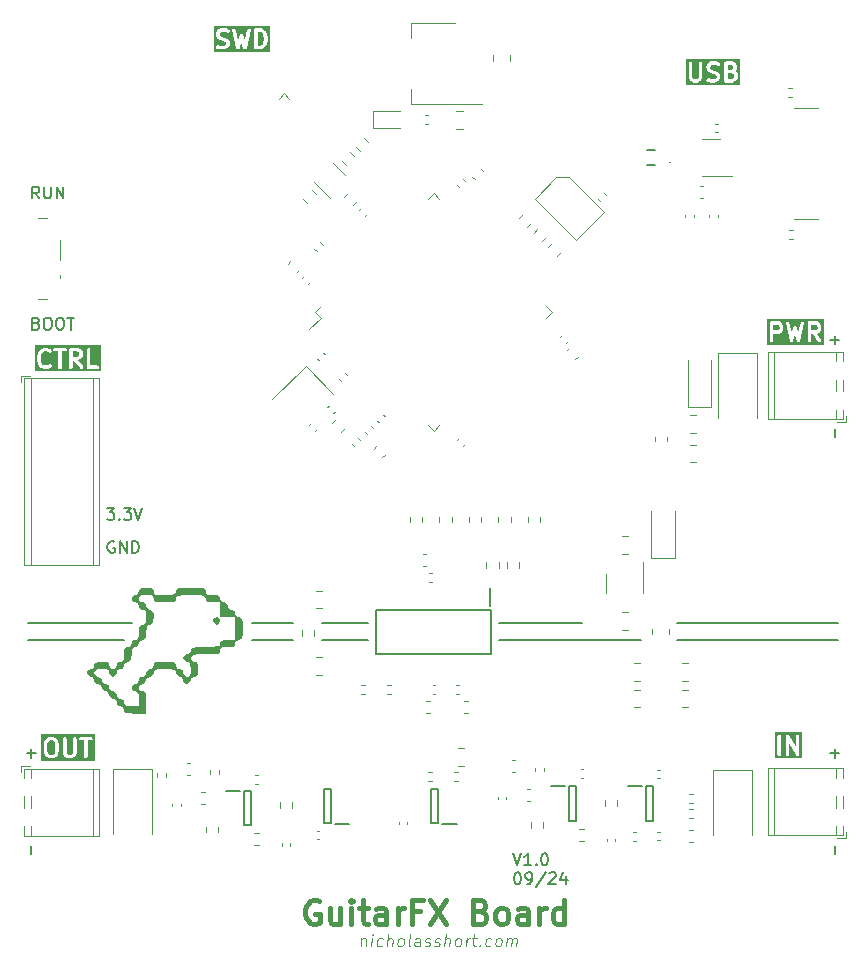
<source format=gbr>
%TF.GenerationSoftware,KiCad,Pcbnew,7.0.6-0*%
%TF.CreationDate,2024-09-28T22:57:35-04:00*%
%TF.ProjectId,GuitarFX,47756974-6172-4465-982e-6b696361645f,rev?*%
%TF.SameCoordinates,Original*%
%TF.FileFunction,Legend,Top*%
%TF.FilePolarity,Positive*%
%FSLAX46Y46*%
G04 Gerber Fmt 4.6, Leading zero omitted, Abs format (unit mm)*
G04 Created by KiCad (PCBNEW 7.0.6-0) date 2024-09-28 22:57:35*
%MOMM*%
%LPD*%
G01*
G04 APERTURE LIST*
%ADD10C,0.150000*%
%ADD11C,0.200000*%
%ADD12C,0.300000*%
%ADD13C,0.400000*%
%ADD14C,0.125000*%
%ADD15C,0.120000*%
%ADD16C,0.100000*%
G04 APERTURE END LIST*
D10*
X110950000Y-134850000D02*
X110950000Y-134150000D01*
D11*
X165600000Y-116700000D02*
X179200000Y-116700000D01*
D10*
X110950000Y-126650000D02*
X110950000Y-125950000D01*
D11*
X135550000Y-115300000D02*
X139450000Y-115300000D01*
D10*
X178950000Y-99500000D02*
X178950000Y-98800000D01*
D11*
X110700000Y-115300000D02*
X119500000Y-115300000D01*
X135550000Y-116700000D02*
X139450000Y-116700000D01*
X165600000Y-115300000D02*
X179200000Y-115300000D01*
D10*
X178950000Y-91650000D02*
X178950000Y-90950000D01*
X178950000Y-134850000D02*
X178950000Y-134150000D01*
D11*
X110700000Y-116700000D02*
X118750000Y-116700000D01*
X150500000Y-116700000D02*
X162600000Y-116700000D01*
D10*
X178950000Y-126650000D02*
X178950000Y-125950000D01*
X178600000Y-91300000D02*
X179300000Y-91300000D01*
D11*
X150500000Y-115300000D02*
X157600000Y-115300000D01*
X129600000Y-116700000D02*
X133100000Y-116700000D01*
D10*
X110600000Y-126300000D02*
X111300000Y-126300000D01*
X178600000Y-126300000D02*
X179300000Y-126300000D01*
D11*
X129600000Y-115300000D02*
X133100000Y-115300000D01*
D10*
X111370112Y-89896009D02*
X111512969Y-89943628D01*
X111512969Y-89943628D02*
X111560588Y-89991247D01*
X111560588Y-89991247D02*
X111608207Y-90086485D01*
X111608207Y-90086485D02*
X111608207Y-90229342D01*
X111608207Y-90229342D02*
X111560588Y-90324580D01*
X111560588Y-90324580D02*
X111512969Y-90372200D01*
X111512969Y-90372200D02*
X111417731Y-90419819D01*
X111417731Y-90419819D02*
X111036779Y-90419819D01*
X111036779Y-90419819D02*
X111036779Y-89419819D01*
X111036779Y-89419819D02*
X111370112Y-89419819D01*
X111370112Y-89419819D02*
X111465350Y-89467438D01*
X111465350Y-89467438D02*
X111512969Y-89515057D01*
X111512969Y-89515057D02*
X111560588Y-89610295D01*
X111560588Y-89610295D02*
X111560588Y-89705533D01*
X111560588Y-89705533D02*
X111512969Y-89800771D01*
X111512969Y-89800771D02*
X111465350Y-89848390D01*
X111465350Y-89848390D02*
X111370112Y-89896009D01*
X111370112Y-89896009D02*
X111036779Y-89896009D01*
X112227255Y-89419819D02*
X112417731Y-89419819D01*
X112417731Y-89419819D02*
X112512969Y-89467438D01*
X112512969Y-89467438D02*
X112608207Y-89562676D01*
X112608207Y-89562676D02*
X112655826Y-89753152D01*
X112655826Y-89753152D02*
X112655826Y-90086485D01*
X112655826Y-90086485D02*
X112608207Y-90276961D01*
X112608207Y-90276961D02*
X112512969Y-90372200D01*
X112512969Y-90372200D02*
X112417731Y-90419819D01*
X112417731Y-90419819D02*
X112227255Y-90419819D01*
X112227255Y-90419819D02*
X112132017Y-90372200D01*
X112132017Y-90372200D02*
X112036779Y-90276961D01*
X112036779Y-90276961D02*
X111989160Y-90086485D01*
X111989160Y-90086485D02*
X111989160Y-89753152D01*
X111989160Y-89753152D02*
X112036779Y-89562676D01*
X112036779Y-89562676D02*
X112132017Y-89467438D01*
X112132017Y-89467438D02*
X112227255Y-89419819D01*
X113274874Y-89419819D02*
X113465350Y-89419819D01*
X113465350Y-89419819D02*
X113560588Y-89467438D01*
X113560588Y-89467438D02*
X113655826Y-89562676D01*
X113655826Y-89562676D02*
X113703445Y-89753152D01*
X113703445Y-89753152D02*
X113703445Y-90086485D01*
X113703445Y-90086485D02*
X113655826Y-90276961D01*
X113655826Y-90276961D02*
X113560588Y-90372200D01*
X113560588Y-90372200D02*
X113465350Y-90419819D01*
X113465350Y-90419819D02*
X113274874Y-90419819D01*
X113274874Y-90419819D02*
X113179636Y-90372200D01*
X113179636Y-90372200D02*
X113084398Y-90276961D01*
X113084398Y-90276961D02*
X113036779Y-90086485D01*
X113036779Y-90086485D02*
X113036779Y-89753152D01*
X113036779Y-89753152D02*
X113084398Y-89562676D01*
X113084398Y-89562676D02*
X113179636Y-89467438D01*
X113179636Y-89467438D02*
X113274874Y-89419819D01*
X113989160Y-89419819D02*
X114560588Y-89419819D01*
X114274874Y-90419819D02*
X114274874Y-89419819D01*
D12*
G36*
X174229943Y-90045535D02*
G01*
X174266947Y-90082539D01*
X174311653Y-90171951D01*
X174311653Y-90315418D01*
X174266946Y-90404831D01*
X174229941Y-90441836D01*
X174140529Y-90486542D01*
X173754510Y-90486542D01*
X173754510Y-90000828D01*
X174140529Y-90000828D01*
X174229943Y-90045535D01*
G37*
G36*
X177444229Y-90045535D02*
G01*
X177481233Y-90082539D01*
X177525939Y-90171951D01*
X177525939Y-90315418D01*
X177481232Y-90404831D01*
X177444227Y-90441836D01*
X177354815Y-90486542D01*
X176968796Y-90486542D01*
X176968796Y-90000828D01*
X177354815Y-90000828D01*
X177444229Y-90045535D01*
G37*
G36*
X178040225Y-91715114D02*
G01*
X173240224Y-91715114D01*
X173240224Y-91350828D01*
X173454510Y-91350828D01*
X173474606Y-91425828D01*
X173529510Y-91480732D01*
X173604510Y-91500828D01*
X173679510Y-91480732D01*
X173734414Y-91425828D01*
X173754510Y-91350828D01*
X173754510Y-90786542D01*
X174175939Y-90786542D01*
X174209242Y-90777618D01*
X174243021Y-90770706D01*
X174385878Y-90699278D01*
X174403947Y-90683254D01*
X174424862Y-90671180D01*
X174496291Y-90599751D01*
X174508365Y-90578836D01*
X174524389Y-90560767D01*
X174595817Y-90417909D01*
X174602728Y-90384133D01*
X174611653Y-90350828D01*
X174611653Y-90136542D01*
X174602728Y-90103236D01*
X174595817Y-90069461D01*
X174524389Y-89926603D01*
X174508365Y-89908533D01*
X174496290Y-89887618D01*
X174494243Y-89885571D01*
X174815732Y-89885571D01*
X175172875Y-91385571D01*
X175173951Y-91387562D01*
X175173954Y-91389824D01*
X175192337Y-91421577D01*
X175209796Y-91453877D01*
X175211723Y-91455063D01*
X175212857Y-91457021D01*
X175244654Y-91475328D01*
X175275924Y-91494571D01*
X175278186Y-91494634D01*
X175280147Y-91495763D01*
X175316835Y-91495719D01*
X175353539Y-91496749D01*
X175355530Y-91495672D01*
X175357792Y-91495670D01*
X175389545Y-91477286D01*
X175421845Y-91459828D01*
X175423031Y-91457900D01*
X175424989Y-91456767D01*
X175443296Y-91424969D01*
X175462539Y-91393700D01*
X175462602Y-91391437D01*
X175463731Y-91389477D01*
X175604510Y-90861554D01*
X175745290Y-91389477D01*
X175746418Y-91391437D01*
X175746482Y-91393700D01*
X175765724Y-91424969D01*
X175784032Y-91456767D01*
X175785989Y-91457900D01*
X175787176Y-91459828D01*
X175819475Y-91477286D01*
X175851229Y-91495670D01*
X175853490Y-91495672D01*
X175855482Y-91496749D01*
X175892185Y-91495719D01*
X175928874Y-91495763D01*
X175930834Y-91494634D01*
X175933097Y-91494571D01*
X175964366Y-91475328D01*
X175996164Y-91457021D01*
X175997297Y-91455063D01*
X175999225Y-91453877D01*
X176016683Y-91421577D01*
X176035067Y-91389824D01*
X176035069Y-91387562D01*
X176036146Y-91385571D01*
X176044418Y-91350828D01*
X176668796Y-91350828D01*
X176688892Y-91425828D01*
X176743796Y-91480732D01*
X176818796Y-91500828D01*
X176893796Y-91480732D01*
X176948700Y-91425828D01*
X176968796Y-91350828D01*
X176968796Y-90786542D01*
X177097841Y-90786542D01*
X177553054Y-91436847D01*
X177612527Y-91486765D01*
X177688992Y-91500259D01*
X177761958Y-91473713D01*
X177811876Y-91414240D01*
X177825370Y-91337775D01*
X177798824Y-91264809D01*
X177453497Y-90771485D01*
X177457307Y-90770706D01*
X177600164Y-90699278D01*
X177618233Y-90683254D01*
X177639148Y-90671180D01*
X177710577Y-90599751D01*
X177722651Y-90578836D01*
X177738675Y-90560767D01*
X177810103Y-90417909D01*
X177817014Y-90384133D01*
X177825939Y-90350828D01*
X177825939Y-90136542D01*
X177817014Y-90103236D01*
X177810103Y-90069461D01*
X177738675Y-89926603D01*
X177722651Y-89908533D01*
X177710576Y-89887618D01*
X177639147Y-89816190D01*
X177618232Y-89804115D01*
X177600164Y-89788093D01*
X177457307Y-89716664D01*
X177423526Y-89709751D01*
X177390225Y-89700828D01*
X176818796Y-89700828D01*
X176743796Y-89720924D01*
X176688892Y-89775828D01*
X176668796Y-89850828D01*
X176668796Y-91350828D01*
X176044418Y-91350828D01*
X176393289Y-89885571D01*
X176391111Y-89807956D01*
X176350417Y-89741828D01*
X176282111Y-89704907D01*
X176204496Y-89707085D01*
X176138368Y-89747779D01*
X176101447Y-89816085D01*
X175881991Y-90737797D01*
X175749445Y-90240750D01*
X175749352Y-90240588D01*
X175749352Y-90240404D01*
X175730041Y-90207048D01*
X175710703Y-90173461D01*
X175710542Y-90173367D01*
X175710449Y-90173207D01*
X175677108Y-90154011D01*
X175643506Y-90134557D01*
X175643318Y-90134556D01*
X175643159Y-90134465D01*
X175604718Y-90134511D01*
X175565860Y-90134465D01*
X175565698Y-90134557D01*
X175565514Y-90134558D01*
X175532158Y-90153868D01*
X175498571Y-90173207D01*
X175498477Y-90173367D01*
X175498317Y-90173461D01*
X175479121Y-90206801D01*
X175459667Y-90240404D01*
X175459666Y-90240591D01*
X175459575Y-90240751D01*
X175327029Y-90737797D01*
X175107574Y-89816085D01*
X175070653Y-89747779D01*
X175004525Y-89707085D01*
X174926910Y-89704907D01*
X174858604Y-89741828D01*
X174817910Y-89807956D01*
X174815732Y-89885571D01*
X174494243Y-89885571D01*
X174424861Y-89816190D01*
X174403946Y-89804115D01*
X174385878Y-89788093D01*
X174243021Y-89716664D01*
X174209240Y-89709751D01*
X174175939Y-89700828D01*
X173604510Y-89700828D01*
X173529510Y-89720924D01*
X173474606Y-89775828D01*
X173454510Y-89850828D01*
X173454510Y-91350828D01*
X173240224Y-91350828D01*
X173240224Y-89486542D01*
X178040225Y-89486542D01*
X178040225Y-91715114D01*
G37*
D10*
X117960588Y-108367438D02*
X117865350Y-108319819D01*
X117865350Y-108319819D02*
X117722493Y-108319819D01*
X117722493Y-108319819D02*
X117579636Y-108367438D01*
X117579636Y-108367438D02*
X117484398Y-108462676D01*
X117484398Y-108462676D02*
X117436779Y-108557914D01*
X117436779Y-108557914D02*
X117389160Y-108748390D01*
X117389160Y-108748390D02*
X117389160Y-108891247D01*
X117389160Y-108891247D02*
X117436779Y-109081723D01*
X117436779Y-109081723D02*
X117484398Y-109176961D01*
X117484398Y-109176961D02*
X117579636Y-109272200D01*
X117579636Y-109272200D02*
X117722493Y-109319819D01*
X117722493Y-109319819D02*
X117817731Y-109319819D01*
X117817731Y-109319819D02*
X117960588Y-109272200D01*
X117960588Y-109272200D02*
X118008207Y-109224580D01*
X118008207Y-109224580D02*
X118008207Y-108891247D01*
X118008207Y-108891247D02*
X117817731Y-108891247D01*
X118436779Y-109319819D02*
X118436779Y-108319819D01*
X118436779Y-108319819D02*
X119008207Y-109319819D01*
X119008207Y-109319819D02*
X119008207Y-108319819D01*
X119484398Y-109319819D02*
X119484398Y-108319819D01*
X119484398Y-108319819D02*
X119722493Y-108319819D01*
X119722493Y-108319819D02*
X119865350Y-108367438D01*
X119865350Y-108367438D02*
X119960588Y-108462676D01*
X119960588Y-108462676D02*
X120008207Y-108557914D01*
X120008207Y-108557914D02*
X120055826Y-108748390D01*
X120055826Y-108748390D02*
X120055826Y-108891247D01*
X120055826Y-108891247D02*
X120008207Y-109081723D01*
X120008207Y-109081723D02*
X119960588Y-109176961D01*
X119960588Y-109176961D02*
X119865350Y-109272200D01*
X119865350Y-109272200D02*
X119722493Y-109319819D01*
X119722493Y-109319819D02*
X119484398Y-109319819D01*
D12*
G36*
X112829942Y-125245535D02*
G01*
X112926208Y-125341801D01*
X112983082Y-125569292D01*
X112983082Y-126032363D01*
X112926208Y-126259854D01*
X112829941Y-126356122D01*
X112740529Y-126400828D01*
X112525635Y-126400828D01*
X112436221Y-126356121D01*
X112339954Y-126259854D01*
X112283082Y-126032364D01*
X112283082Y-125569291D01*
X112339954Y-125341802D01*
X112436221Y-125245534D01*
X112525635Y-125200828D01*
X112740529Y-125200828D01*
X112829942Y-125245535D01*
G37*
G36*
X116354512Y-126915114D02*
G01*
X111768796Y-126915114D01*
X111768796Y-126050828D01*
X111983082Y-126050828D01*
X111987872Y-126068705D01*
X111987561Y-126087208D01*
X112058989Y-126372922D01*
X112059621Y-126374060D01*
X112059621Y-126375365D01*
X112078433Y-126407948D01*
X112096675Y-126440809D01*
X112097792Y-126441479D01*
X112098444Y-126442608D01*
X112241302Y-126585466D01*
X112262216Y-126597540D01*
X112280286Y-126613564D01*
X112423144Y-126684992D01*
X112456919Y-126691903D01*
X112490225Y-126700828D01*
X112775939Y-126700828D01*
X112809242Y-126691904D01*
X112843021Y-126684992D01*
X112985878Y-126613564D01*
X113003947Y-126597540D01*
X113024862Y-126585466D01*
X113167719Y-126442608D01*
X113168370Y-126441479D01*
X113169488Y-126440809D01*
X113187744Y-126407922D01*
X113206542Y-126375364D01*
X113206542Y-126374061D01*
X113207174Y-126372923D01*
X113234126Y-126265114D01*
X113625939Y-126265114D01*
X113634862Y-126298415D01*
X113641775Y-126332196D01*
X113713204Y-126475053D01*
X113729226Y-126493121D01*
X113741302Y-126514037D01*
X113812731Y-126585466D01*
X113833645Y-126597540D01*
X113851715Y-126613564D01*
X113994573Y-126684992D01*
X114028348Y-126691903D01*
X114061654Y-126700828D01*
X114347368Y-126700828D01*
X114380671Y-126691904D01*
X114414450Y-126684992D01*
X114557307Y-126613564D01*
X114575376Y-126597540D01*
X114596291Y-126585466D01*
X114667720Y-126514037D01*
X114679794Y-126493122D01*
X114695818Y-126475053D01*
X114767246Y-126332195D01*
X114774157Y-126298419D01*
X114783082Y-126265114D01*
X114783082Y-125050828D01*
X114983083Y-125050828D01*
X115003179Y-125125828D01*
X115058083Y-125180732D01*
X115133083Y-125200828D01*
X115411654Y-125200828D01*
X115411654Y-126550828D01*
X115431750Y-126625828D01*
X115486654Y-126680732D01*
X115561654Y-126700828D01*
X115636654Y-126680732D01*
X115691558Y-126625828D01*
X115711654Y-126550828D01*
X115711654Y-125200828D01*
X115990226Y-125200828D01*
X116065226Y-125180732D01*
X116120130Y-125125828D01*
X116140226Y-125050828D01*
X116120130Y-124975828D01*
X116065226Y-124920924D01*
X115990226Y-124900828D01*
X115133083Y-124900828D01*
X115058083Y-124920924D01*
X115003179Y-124975828D01*
X114983083Y-125050828D01*
X114783082Y-125050828D01*
X114762986Y-124975828D01*
X114708082Y-124920924D01*
X114633082Y-124900828D01*
X114558082Y-124920924D01*
X114503178Y-124975828D01*
X114483082Y-125050828D01*
X114483082Y-126229704D01*
X114438375Y-126319117D01*
X114401370Y-126356122D01*
X114311958Y-126400828D01*
X114097064Y-126400828D01*
X114007650Y-126356121D01*
X113970646Y-126319117D01*
X113925939Y-126229703D01*
X113925939Y-125050828D01*
X113905843Y-124975828D01*
X113850939Y-124920924D01*
X113775939Y-124900828D01*
X113700939Y-124920924D01*
X113646035Y-124975828D01*
X113625939Y-125050828D01*
X113625939Y-126265114D01*
X113234126Y-126265114D01*
X113278603Y-126087209D01*
X113278291Y-126068704D01*
X113283082Y-126050828D01*
X113283082Y-125550828D01*
X113278291Y-125532951D01*
X113278603Y-125514447D01*
X113207174Y-125228733D01*
X113206541Y-125227594D01*
X113206542Y-125226291D01*
X113187736Y-125193719D01*
X113169488Y-125160847D01*
X113168370Y-125160176D01*
X113167719Y-125159048D01*
X113024862Y-125016191D01*
X113003946Y-125004115D01*
X112985878Y-124988093D01*
X112843021Y-124916664D01*
X112809240Y-124909751D01*
X112775939Y-124900828D01*
X112490225Y-124900828D01*
X112456924Y-124909750D01*
X112423142Y-124916664D01*
X112280286Y-124988093D01*
X112262216Y-125004115D01*
X112241302Y-125016191D01*
X112098444Y-125159048D01*
X112097792Y-125160176D01*
X112096675Y-125160847D01*
X112078433Y-125193707D01*
X112059621Y-125226291D01*
X112059621Y-125227595D01*
X112058989Y-125228734D01*
X111987561Y-125514448D01*
X111987872Y-125532950D01*
X111983082Y-125550828D01*
X111983082Y-126050828D01*
X111768796Y-126050828D01*
X111768796Y-124686542D01*
X116354512Y-124686542D01*
X116354512Y-126915114D01*
G37*
G36*
X170387769Y-68767647D02*
G01*
X170416946Y-68796824D01*
X170461653Y-68886237D01*
X170461653Y-69029704D01*
X170416946Y-69119117D01*
X170379941Y-69156122D01*
X170290529Y-69200828D01*
X169904510Y-69200828D01*
X169904510Y-68715114D01*
X170230167Y-68715114D01*
X170387769Y-68767647D01*
G37*
G36*
X170308514Y-68045535D02*
G01*
X170345518Y-68082539D01*
X170390225Y-68171952D01*
X170390225Y-68243989D01*
X170345518Y-68333402D01*
X170308514Y-68370407D01*
X170219100Y-68415114D01*
X169904510Y-68415114D01*
X169904510Y-68000828D01*
X170219100Y-68000828D01*
X170308514Y-68045535D01*
G37*
G36*
X170975939Y-69715114D02*
G01*
X166390224Y-69715114D01*
X166390224Y-69065114D01*
X166604510Y-69065114D01*
X166613433Y-69098415D01*
X166620346Y-69132196D01*
X166691775Y-69275053D01*
X166707797Y-69293121D01*
X166719873Y-69314037D01*
X166791302Y-69385466D01*
X166812216Y-69397540D01*
X166830286Y-69413564D01*
X166973144Y-69484992D01*
X167006919Y-69491903D01*
X167040225Y-69500828D01*
X167325939Y-69500828D01*
X167359242Y-69491904D01*
X167393021Y-69484992D01*
X167535878Y-69413564D01*
X167553947Y-69397540D01*
X167574862Y-69385466D01*
X167646291Y-69314037D01*
X167658365Y-69293122D01*
X167674389Y-69275053D01*
X167745817Y-69132195D01*
X167752728Y-69098419D01*
X167761653Y-69065114D01*
X167761653Y-68279400D01*
X168104511Y-68279400D01*
X168113434Y-68312703D01*
X168120347Y-68346482D01*
X168191775Y-68489339D01*
X168207798Y-68507408D01*
X168219874Y-68528324D01*
X168291303Y-68599752D01*
X168312217Y-68611826D01*
X168330286Y-68627849D01*
X168473142Y-68699278D01*
X168489368Y-68702598D01*
X168503845Y-68710635D01*
X168773583Y-68778069D01*
X168879942Y-68831248D01*
X168916946Y-68868253D01*
X168961654Y-68957667D01*
X168961654Y-69029703D01*
X168916946Y-69119117D01*
X168879943Y-69156121D01*
X168790530Y-69200828D01*
X168493140Y-69200828D01*
X168301945Y-69137097D01*
X168224439Y-69132445D01*
X168154990Y-69167170D01*
X168112208Y-69231966D01*
X168107556Y-69309472D01*
X168142281Y-69378921D01*
X168207077Y-69421703D01*
X168421363Y-69493131D01*
X168445471Y-69494578D01*
X168468797Y-69500828D01*
X168825939Y-69500828D01*
X168859244Y-69491903D01*
X168893020Y-69484992D01*
X169035879Y-69413564D01*
X169053948Y-69397540D01*
X169074864Y-69385465D01*
X169109501Y-69350828D01*
X169604510Y-69350828D01*
X169624606Y-69425828D01*
X169679510Y-69480732D01*
X169754510Y-69500828D01*
X170325939Y-69500828D01*
X170359242Y-69491904D01*
X170393021Y-69484992D01*
X170535878Y-69413564D01*
X170553947Y-69397540D01*
X170574862Y-69385466D01*
X170646291Y-69314037D01*
X170658365Y-69293122D01*
X170674389Y-69275053D01*
X170745817Y-69132195D01*
X170752728Y-69098419D01*
X170761653Y-69065114D01*
X170761653Y-68850828D01*
X170752728Y-68817522D01*
X170745817Y-68783747D01*
X170674389Y-68640889D01*
X170658365Y-68622819D01*
X170646291Y-68601905D01*
X170574862Y-68530476D01*
X170573497Y-68529687D01*
X170574862Y-68528323D01*
X170586937Y-68507407D01*
X170602960Y-68489339D01*
X170674389Y-68346483D01*
X170681302Y-68312700D01*
X170690225Y-68279400D01*
X170690225Y-68136542D01*
X170681302Y-68103241D01*
X170674389Y-68069459D01*
X170602960Y-67926603D01*
X170586937Y-67908534D01*
X170574862Y-67887619D01*
X170503434Y-67816191D01*
X170482519Y-67804116D01*
X170464450Y-67788093D01*
X170321592Y-67716664D01*
X170287811Y-67709751D01*
X170254510Y-67700828D01*
X169754510Y-67700828D01*
X169679510Y-67720924D01*
X169624606Y-67775828D01*
X169604510Y-67850828D01*
X169604510Y-69350828D01*
X169109501Y-69350828D01*
X169146292Y-69314036D01*
X169158366Y-69293121D01*
X169174389Y-69275053D01*
X169245818Y-69132197D01*
X169252731Y-69098414D01*
X169261654Y-69065114D01*
X169261654Y-68922257D01*
X169252731Y-68888956D01*
X169245818Y-68855174D01*
X169174389Y-68712318D01*
X169158366Y-68694249D01*
X169146292Y-68673335D01*
X169074864Y-68601906D01*
X169053948Y-68589830D01*
X169035879Y-68573807D01*
X168893021Y-68502378D01*
X168876796Y-68499057D01*
X168862319Y-68491021D01*
X168592581Y-68423586D01*
X168486221Y-68370406D01*
X168449216Y-68333401D01*
X168404511Y-68243990D01*
X168404511Y-68171951D01*
X168449216Y-68082540D01*
X168486221Y-68045535D01*
X168575635Y-68000828D01*
X168873028Y-68000828D01*
X169064219Y-68064559D01*
X169141725Y-68069212D01*
X169211174Y-68034488D01*
X169253956Y-67969691D01*
X169258609Y-67892185D01*
X169223884Y-67822736D01*
X169159088Y-67779954D01*
X168944802Y-67708526D01*
X168920696Y-67707078D01*
X168897368Y-67700828D01*
X168540225Y-67700828D01*
X168506924Y-67709750D01*
X168473142Y-67716664D01*
X168330286Y-67788093D01*
X168312217Y-67804115D01*
X168291303Y-67816190D01*
X168219874Y-67887618D01*
X168207798Y-67908533D01*
X168191775Y-67926603D01*
X168120347Y-68069460D01*
X168113434Y-68103238D01*
X168104511Y-68136542D01*
X168104511Y-68279400D01*
X167761653Y-68279400D01*
X167761653Y-67850828D01*
X167741557Y-67775828D01*
X167686653Y-67720924D01*
X167611653Y-67700828D01*
X167536653Y-67720924D01*
X167481749Y-67775828D01*
X167461653Y-67850828D01*
X167461653Y-69029704D01*
X167416946Y-69119117D01*
X167379941Y-69156122D01*
X167290529Y-69200828D01*
X167075635Y-69200828D01*
X166986221Y-69156121D01*
X166949217Y-69119117D01*
X166904510Y-69029703D01*
X166904510Y-67850828D01*
X166884414Y-67775828D01*
X166829510Y-67720924D01*
X166754510Y-67700828D01*
X166679510Y-67720924D01*
X166624606Y-67775828D01*
X166604510Y-67850828D01*
X166604510Y-69065114D01*
X166390224Y-69065114D01*
X166390224Y-67486542D01*
X170975939Y-67486542D01*
X170975939Y-69715114D01*
G37*
D10*
X111608207Y-79319819D02*
X111274874Y-78843628D01*
X111036779Y-79319819D02*
X111036779Y-78319819D01*
X111036779Y-78319819D02*
X111417731Y-78319819D01*
X111417731Y-78319819D02*
X111512969Y-78367438D01*
X111512969Y-78367438D02*
X111560588Y-78415057D01*
X111560588Y-78415057D02*
X111608207Y-78510295D01*
X111608207Y-78510295D02*
X111608207Y-78653152D01*
X111608207Y-78653152D02*
X111560588Y-78748390D01*
X111560588Y-78748390D02*
X111512969Y-78796009D01*
X111512969Y-78796009D02*
X111417731Y-78843628D01*
X111417731Y-78843628D02*
X111036779Y-78843628D01*
X112036779Y-78319819D02*
X112036779Y-79129342D01*
X112036779Y-79129342D02*
X112084398Y-79224580D01*
X112084398Y-79224580D02*
X112132017Y-79272200D01*
X112132017Y-79272200D02*
X112227255Y-79319819D01*
X112227255Y-79319819D02*
X112417731Y-79319819D01*
X112417731Y-79319819D02*
X112512969Y-79272200D01*
X112512969Y-79272200D02*
X112560588Y-79224580D01*
X112560588Y-79224580D02*
X112608207Y-79129342D01*
X112608207Y-79129342D02*
X112608207Y-78319819D01*
X113084398Y-79319819D02*
X113084398Y-78319819D01*
X113084398Y-78319819D02*
X113655826Y-79319819D01*
X113655826Y-79319819D02*
X113655826Y-78319819D01*
D13*
X135286966Y-138829676D02*
X135096490Y-138734438D01*
X135096490Y-138734438D02*
X134810776Y-138734438D01*
X134810776Y-138734438D02*
X134525061Y-138829676D01*
X134525061Y-138829676D02*
X134334585Y-139020152D01*
X134334585Y-139020152D02*
X134239347Y-139210628D01*
X134239347Y-139210628D02*
X134144109Y-139591580D01*
X134144109Y-139591580D02*
X134144109Y-139877295D01*
X134144109Y-139877295D02*
X134239347Y-140258247D01*
X134239347Y-140258247D02*
X134334585Y-140448723D01*
X134334585Y-140448723D02*
X134525061Y-140639200D01*
X134525061Y-140639200D02*
X134810776Y-140734438D01*
X134810776Y-140734438D02*
X135001252Y-140734438D01*
X135001252Y-140734438D02*
X135286966Y-140639200D01*
X135286966Y-140639200D02*
X135382204Y-140543961D01*
X135382204Y-140543961D02*
X135382204Y-139877295D01*
X135382204Y-139877295D02*
X135001252Y-139877295D01*
X137096490Y-139401104D02*
X137096490Y-140734438D01*
X136239347Y-139401104D02*
X136239347Y-140448723D01*
X136239347Y-140448723D02*
X136334585Y-140639200D01*
X136334585Y-140639200D02*
X136525061Y-140734438D01*
X136525061Y-140734438D02*
X136810776Y-140734438D01*
X136810776Y-140734438D02*
X137001252Y-140639200D01*
X137001252Y-140639200D02*
X137096490Y-140543961D01*
X138048871Y-140734438D02*
X138048871Y-139401104D01*
X138048871Y-138734438D02*
X137953633Y-138829676D01*
X137953633Y-138829676D02*
X138048871Y-138924914D01*
X138048871Y-138924914D02*
X138144109Y-138829676D01*
X138144109Y-138829676D02*
X138048871Y-138734438D01*
X138048871Y-138734438D02*
X138048871Y-138924914D01*
X138715538Y-139401104D02*
X139477442Y-139401104D01*
X139001252Y-138734438D02*
X139001252Y-140448723D01*
X139001252Y-140448723D02*
X139096490Y-140639200D01*
X139096490Y-140639200D02*
X139286966Y-140734438D01*
X139286966Y-140734438D02*
X139477442Y-140734438D01*
X141001252Y-140734438D02*
X141001252Y-139686819D01*
X141001252Y-139686819D02*
X140906014Y-139496342D01*
X140906014Y-139496342D02*
X140715538Y-139401104D01*
X140715538Y-139401104D02*
X140334585Y-139401104D01*
X140334585Y-139401104D02*
X140144109Y-139496342D01*
X141001252Y-140639200D02*
X140810776Y-140734438D01*
X140810776Y-140734438D02*
X140334585Y-140734438D01*
X140334585Y-140734438D02*
X140144109Y-140639200D01*
X140144109Y-140639200D02*
X140048871Y-140448723D01*
X140048871Y-140448723D02*
X140048871Y-140258247D01*
X140048871Y-140258247D02*
X140144109Y-140067771D01*
X140144109Y-140067771D02*
X140334585Y-139972533D01*
X140334585Y-139972533D02*
X140810776Y-139972533D01*
X140810776Y-139972533D02*
X141001252Y-139877295D01*
X141953633Y-140734438D02*
X141953633Y-139401104D01*
X141953633Y-139782057D02*
X142048871Y-139591580D01*
X142048871Y-139591580D02*
X142144109Y-139496342D01*
X142144109Y-139496342D02*
X142334585Y-139401104D01*
X142334585Y-139401104D02*
X142525062Y-139401104D01*
X143858395Y-139686819D02*
X143191728Y-139686819D01*
X143191728Y-140734438D02*
X143191728Y-138734438D01*
X143191728Y-138734438D02*
X144144109Y-138734438D01*
X144715538Y-138734438D02*
X146048871Y-140734438D01*
X146048871Y-138734438D02*
X144715538Y-140734438D01*
X149001253Y-139686819D02*
X149286967Y-139782057D01*
X149286967Y-139782057D02*
X149382205Y-139877295D01*
X149382205Y-139877295D02*
X149477443Y-140067771D01*
X149477443Y-140067771D02*
X149477443Y-140353485D01*
X149477443Y-140353485D02*
X149382205Y-140543961D01*
X149382205Y-140543961D02*
X149286967Y-140639200D01*
X149286967Y-140639200D02*
X149096491Y-140734438D01*
X149096491Y-140734438D02*
X148334586Y-140734438D01*
X148334586Y-140734438D02*
X148334586Y-138734438D01*
X148334586Y-138734438D02*
X149001253Y-138734438D01*
X149001253Y-138734438D02*
X149191729Y-138829676D01*
X149191729Y-138829676D02*
X149286967Y-138924914D01*
X149286967Y-138924914D02*
X149382205Y-139115390D01*
X149382205Y-139115390D02*
X149382205Y-139305866D01*
X149382205Y-139305866D02*
X149286967Y-139496342D01*
X149286967Y-139496342D02*
X149191729Y-139591580D01*
X149191729Y-139591580D02*
X149001253Y-139686819D01*
X149001253Y-139686819D02*
X148334586Y-139686819D01*
X150620300Y-140734438D02*
X150429824Y-140639200D01*
X150429824Y-140639200D02*
X150334586Y-140543961D01*
X150334586Y-140543961D02*
X150239348Y-140353485D01*
X150239348Y-140353485D02*
X150239348Y-139782057D01*
X150239348Y-139782057D02*
X150334586Y-139591580D01*
X150334586Y-139591580D02*
X150429824Y-139496342D01*
X150429824Y-139496342D02*
X150620300Y-139401104D01*
X150620300Y-139401104D02*
X150906015Y-139401104D01*
X150906015Y-139401104D02*
X151096491Y-139496342D01*
X151096491Y-139496342D02*
X151191729Y-139591580D01*
X151191729Y-139591580D02*
X151286967Y-139782057D01*
X151286967Y-139782057D02*
X151286967Y-140353485D01*
X151286967Y-140353485D02*
X151191729Y-140543961D01*
X151191729Y-140543961D02*
X151096491Y-140639200D01*
X151096491Y-140639200D02*
X150906015Y-140734438D01*
X150906015Y-140734438D02*
X150620300Y-140734438D01*
X153001253Y-140734438D02*
X153001253Y-139686819D01*
X153001253Y-139686819D02*
X152906015Y-139496342D01*
X152906015Y-139496342D02*
X152715539Y-139401104D01*
X152715539Y-139401104D02*
X152334586Y-139401104D01*
X152334586Y-139401104D02*
X152144110Y-139496342D01*
X153001253Y-140639200D02*
X152810777Y-140734438D01*
X152810777Y-140734438D02*
X152334586Y-140734438D01*
X152334586Y-140734438D02*
X152144110Y-140639200D01*
X152144110Y-140639200D02*
X152048872Y-140448723D01*
X152048872Y-140448723D02*
X152048872Y-140258247D01*
X152048872Y-140258247D02*
X152144110Y-140067771D01*
X152144110Y-140067771D02*
X152334586Y-139972533D01*
X152334586Y-139972533D02*
X152810777Y-139972533D01*
X152810777Y-139972533D02*
X153001253Y-139877295D01*
X153953634Y-140734438D02*
X153953634Y-139401104D01*
X153953634Y-139782057D02*
X154048872Y-139591580D01*
X154048872Y-139591580D02*
X154144110Y-139496342D01*
X154144110Y-139496342D02*
X154334586Y-139401104D01*
X154334586Y-139401104D02*
X154525063Y-139401104D01*
X156048872Y-140734438D02*
X156048872Y-138734438D01*
X156048872Y-140639200D02*
X155858396Y-140734438D01*
X155858396Y-140734438D02*
X155477443Y-140734438D01*
X155477443Y-140734438D02*
X155286967Y-140639200D01*
X155286967Y-140639200D02*
X155191729Y-140543961D01*
X155191729Y-140543961D02*
X155096491Y-140353485D01*
X155096491Y-140353485D02*
X155096491Y-139782057D01*
X155096491Y-139782057D02*
X155191729Y-139591580D01*
X155191729Y-139591580D02*
X155286967Y-139496342D01*
X155286967Y-139496342D02*
X155477443Y-139401104D01*
X155477443Y-139401104D02*
X155858396Y-139401104D01*
X155858396Y-139401104D02*
X156048872Y-139496342D01*
D14*
X138897712Y-141954452D02*
X138814378Y-142621119D01*
X138885807Y-142049690D02*
X138939378Y-142002071D01*
X138939378Y-142002071D02*
X139040569Y-141954452D01*
X139040569Y-141954452D02*
X139183426Y-141954452D01*
X139183426Y-141954452D02*
X139272712Y-142002071D01*
X139272712Y-142002071D02*
X139308426Y-142097309D01*
X139308426Y-142097309D02*
X139242950Y-142621119D01*
X139719140Y-142621119D02*
X139802474Y-141954452D01*
X139844140Y-141621119D02*
X139790569Y-141668738D01*
X139790569Y-141668738D02*
X139832236Y-141716357D01*
X139832236Y-141716357D02*
X139885807Y-141668738D01*
X139885807Y-141668738D02*
X139844140Y-141621119D01*
X139844140Y-141621119D02*
X139832236Y-141716357D01*
X140629854Y-142573500D02*
X140528664Y-142621119D01*
X140528664Y-142621119D02*
X140338188Y-142621119D01*
X140338188Y-142621119D02*
X140248902Y-142573500D01*
X140248902Y-142573500D02*
X140207235Y-142525880D01*
X140207235Y-142525880D02*
X140171521Y-142430642D01*
X140171521Y-142430642D02*
X140207235Y-142144928D01*
X140207235Y-142144928D02*
X140266759Y-142049690D01*
X140266759Y-142049690D02*
X140320330Y-142002071D01*
X140320330Y-142002071D02*
X140421521Y-141954452D01*
X140421521Y-141954452D02*
X140611997Y-141954452D01*
X140611997Y-141954452D02*
X140701283Y-142002071D01*
X141052473Y-142621119D02*
X141177473Y-141621119D01*
X141481045Y-142621119D02*
X141546521Y-142097309D01*
X141546521Y-142097309D02*
X141510807Y-142002071D01*
X141510807Y-142002071D02*
X141421521Y-141954452D01*
X141421521Y-141954452D02*
X141278664Y-141954452D01*
X141278664Y-141954452D02*
X141177473Y-142002071D01*
X141177473Y-142002071D02*
X141123902Y-142049690D01*
X142100093Y-142621119D02*
X142010807Y-142573500D01*
X142010807Y-142573500D02*
X141969140Y-142525880D01*
X141969140Y-142525880D02*
X141933426Y-142430642D01*
X141933426Y-142430642D02*
X141969140Y-142144928D01*
X141969140Y-142144928D02*
X142028664Y-142049690D01*
X142028664Y-142049690D02*
X142082235Y-142002071D01*
X142082235Y-142002071D02*
X142183426Y-141954452D01*
X142183426Y-141954452D02*
X142326283Y-141954452D01*
X142326283Y-141954452D02*
X142415569Y-142002071D01*
X142415569Y-142002071D02*
X142457235Y-142049690D01*
X142457235Y-142049690D02*
X142492950Y-142144928D01*
X142492950Y-142144928D02*
X142457235Y-142430642D01*
X142457235Y-142430642D02*
X142397712Y-142525880D01*
X142397712Y-142525880D02*
X142344140Y-142573500D01*
X142344140Y-142573500D02*
X142242950Y-142621119D01*
X142242950Y-142621119D02*
X142100093Y-142621119D01*
X143004855Y-142621119D02*
X142915569Y-142573500D01*
X142915569Y-142573500D02*
X142879855Y-142478261D01*
X142879855Y-142478261D02*
X142986997Y-141621119D01*
X143814379Y-142621119D02*
X143879855Y-142097309D01*
X143879855Y-142097309D02*
X143844141Y-142002071D01*
X143844141Y-142002071D02*
X143754855Y-141954452D01*
X143754855Y-141954452D02*
X143564379Y-141954452D01*
X143564379Y-141954452D02*
X143463188Y-142002071D01*
X143820331Y-142573500D02*
X143719141Y-142621119D01*
X143719141Y-142621119D02*
X143481045Y-142621119D01*
X143481045Y-142621119D02*
X143391760Y-142573500D01*
X143391760Y-142573500D02*
X143356045Y-142478261D01*
X143356045Y-142478261D02*
X143367950Y-142383023D01*
X143367950Y-142383023D02*
X143427474Y-142287785D01*
X143427474Y-142287785D02*
X143528665Y-142240166D01*
X143528665Y-142240166D02*
X143766760Y-142240166D01*
X143766760Y-142240166D02*
X143867950Y-142192547D01*
X144248903Y-142573500D02*
X144338188Y-142621119D01*
X144338188Y-142621119D02*
X144528665Y-142621119D01*
X144528665Y-142621119D02*
X144629855Y-142573500D01*
X144629855Y-142573500D02*
X144689379Y-142478261D01*
X144689379Y-142478261D02*
X144695331Y-142430642D01*
X144695331Y-142430642D02*
X144659617Y-142335404D01*
X144659617Y-142335404D02*
X144570331Y-142287785D01*
X144570331Y-142287785D02*
X144427474Y-142287785D01*
X144427474Y-142287785D02*
X144338188Y-142240166D01*
X144338188Y-142240166D02*
X144302474Y-142144928D01*
X144302474Y-142144928D02*
X144308427Y-142097309D01*
X144308427Y-142097309D02*
X144367950Y-142002071D01*
X144367950Y-142002071D02*
X144469141Y-141954452D01*
X144469141Y-141954452D02*
X144611998Y-141954452D01*
X144611998Y-141954452D02*
X144701284Y-142002071D01*
X145058427Y-142573500D02*
X145147712Y-142621119D01*
X145147712Y-142621119D02*
X145338189Y-142621119D01*
X145338189Y-142621119D02*
X145439379Y-142573500D01*
X145439379Y-142573500D02*
X145498903Y-142478261D01*
X145498903Y-142478261D02*
X145504855Y-142430642D01*
X145504855Y-142430642D02*
X145469141Y-142335404D01*
X145469141Y-142335404D02*
X145379855Y-142287785D01*
X145379855Y-142287785D02*
X145236998Y-142287785D01*
X145236998Y-142287785D02*
X145147712Y-142240166D01*
X145147712Y-142240166D02*
X145111998Y-142144928D01*
X145111998Y-142144928D02*
X145117951Y-142097309D01*
X145117951Y-142097309D02*
X145177474Y-142002071D01*
X145177474Y-142002071D02*
X145278665Y-141954452D01*
X145278665Y-141954452D02*
X145421522Y-141954452D01*
X145421522Y-141954452D02*
X145510808Y-142002071D01*
X145909617Y-142621119D02*
X146034617Y-141621119D01*
X146338189Y-142621119D02*
X146403665Y-142097309D01*
X146403665Y-142097309D02*
X146367951Y-142002071D01*
X146367951Y-142002071D02*
X146278665Y-141954452D01*
X146278665Y-141954452D02*
X146135808Y-141954452D01*
X146135808Y-141954452D02*
X146034617Y-142002071D01*
X146034617Y-142002071D02*
X145981046Y-142049690D01*
X146957237Y-142621119D02*
X146867951Y-142573500D01*
X146867951Y-142573500D02*
X146826284Y-142525880D01*
X146826284Y-142525880D02*
X146790570Y-142430642D01*
X146790570Y-142430642D02*
X146826284Y-142144928D01*
X146826284Y-142144928D02*
X146885808Y-142049690D01*
X146885808Y-142049690D02*
X146939379Y-142002071D01*
X146939379Y-142002071D02*
X147040570Y-141954452D01*
X147040570Y-141954452D02*
X147183427Y-141954452D01*
X147183427Y-141954452D02*
X147272713Y-142002071D01*
X147272713Y-142002071D02*
X147314379Y-142049690D01*
X147314379Y-142049690D02*
X147350094Y-142144928D01*
X147350094Y-142144928D02*
X147314379Y-142430642D01*
X147314379Y-142430642D02*
X147254856Y-142525880D01*
X147254856Y-142525880D02*
X147201284Y-142573500D01*
X147201284Y-142573500D02*
X147100094Y-142621119D01*
X147100094Y-142621119D02*
X146957237Y-142621119D01*
X147719141Y-142621119D02*
X147802475Y-141954452D01*
X147778665Y-142144928D02*
X147838189Y-142049690D01*
X147838189Y-142049690D02*
X147891760Y-142002071D01*
X147891760Y-142002071D02*
X147992951Y-141954452D01*
X147992951Y-141954452D02*
X148088189Y-141954452D01*
X148278666Y-141954452D02*
X148659618Y-141954452D01*
X148463189Y-141621119D02*
X148356047Y-142478261D01*
X148356047Y-142478261D02*
X148391761Y-142573500D01*
X148391761Y-142573500D02*
X148481047Y-142621119D01*
X148481047Y-142621119D02*
X148576285Y-142621119D01*
X148921523Y-142525880D02*
X148963190Y-142573500D01*
X148963190Y-142573500D02*
X148909618Y-142621119D01*
X148909618Y-142621119D02*
X148867952Y-142573500D01*
X148867952Y-142573500D02*
X148921523Y-142525880D01*
X148921523Y-142525880D02*
X148909618Y-142621119D01*
X149820332Y-142573500D02*
X149719142Y-142621119D01*
X149719142Y-142621119D02*
X149528666Y-142621119D01*
X149528666Y-142621119D02*
X149439380Y-142573500D01*
X149439380Y-142573500D02*
X149397713Y-142525880D01*
X149397713Y-142525880D02*
X149361999Y-142430642D01*
X149361999Y-142430642D02*
X149397713Y-142144928D01*
X149397713Y-142144928D02*
X149457237Y-142049690D01*
X149457237Y-142049690D02*
X149510808Y-142002071D01*
X149510808Y-142002071D02*
X149611999Y-141954452D01*
X149611999Y-141954452D02*
X149802475Y-141954452D01*
X149802475Y-141954452D02*
X149891761Y-142002071D01*
X150385809Y-142621119D02*
X150296523Y-142573500D01*
X150296523Y-142573500D02*
X150254856Y-142525880D01*
X150254856Y-142525880D02*
X150219142Y-142430642D01*
X150219142Y-142430642D02*
X150254856Y-142144928D01*
X150254856Y-142144928D02*
X150314380Y-142049690D01*
X150314380Y-142049690D02*
X150367951Y-142002071D01*
X150367951Y-142002071D02*
X150469142Y-141954452D01*
X150469142Y-141954452D02*
X150611999Y-141954452D01*
X150611999Y-141954452D02*
X150701285Y-142002071D01*
X150701285Y-142002071D02*
X150742951Y-142049690D01*
X150742951Y-142049690D02*
X150778666Y-142144928D01*
X150778666Y-142144928D02*
X150742951Y-142430642D01*
X150742951Y-142430642D02*
X150683428Y-142525880D01*
X150683428Y-142525880D02*
X150629856Y-142573500D01*
X150629856Y-142573500D02*
X150528666Y-142621119D01*
X150528666Y-142621119D02*
X150385809Y-142621119D01*
X151147713Y-142621119D02*
X151231047Y-141954452D01*
X151219142Y-142049690D02*
X151272713Y-142002071D01*
X151272713Y-142002071D02*
X151373904Y-141954452D01*
X151373904Y-141954452D02*
X151516761Y-141954452D01*
X151516761Y-141954452D02*
X151606047Y-142002071D01*
X151606047Y-142002071D02*
X151641761Y-142097309D01*
X151641761Y-142097309D02*
X151576285Y-142621119D01*
X151641761Y-142097309D02*
X151701285Y-142002071D01*
X151701285Y-142002071D02*
X151802475Y-141954452D01*
X151802475Y-141954452D02*
X151945332Y-141954452D01*
X151945332Y-141954452D02*
X152034618Y-142002071D01*
X152034618Y-142002071D02*
X152070332Y-142097309D01*
X152070332Y-142097309D02*
X152004856Y-142621119D01*
D12*
G36*
X130437768Y-65253361D02*
G01*
X130538375Y-65353968D01*
X130591554Y-65460327D01*
X130654510Y-65712148D01*
X130654510Y-65889507D01*
X130591554Y-66141328D01*
X130538375Y-66247688D01*
X130437769Y-66348294D01*
X130280167Y-66400828D01*
X130097367Y-66400828D01*
X130097367Y-65200828D01*
X130280170Y-65200828D01*
X130437768Y-65253361D01*
G37*
G36*
X131168796Y-66915114D02*
G01*
X126368796Y-66915114D01*
X126368796Y-65479400D01*
X126583082Y-65479400D01*
X126592005Y-65512703D01*
X126598918Y-65546482D01*
X126670346Y-65689339D01*
X126686369Y-65707408D01*
X126698445Y-65728324D01*
X126769874Y-65799752D01*
X126790788Y-65811826D01*
X126808857Y-65827849D01*
X126951713Y-65899278D01*
X126967939Y-65902598D01*
X126982416Y-65910635D01*
X127252154Y-65978069D01*
X127358513Y-66031248D01*
X127395517Y-66068253D01*
X127440225Y-66157667D01*
X127440225Y-66229703D01*
X127395517Y-66319117D01*
X127358514Y-66356121D01*
X127269101Y-66400828D01*
X126971711Y-66400828D01*
X126780516Y-66337097D01*
X126703010Y-66332445D01*
X126633561Y-66367170D01*
X126590779Y-66431966D01*
X126586127Y-66509472D01*
X126620852Y-66578921D01*
X126685648Y-66621703D01*
X126899934Y-66693131D01*
X126924042Y-66694578D01*
X126947368Y-66700828D01*
X127304510Y-66700828D01*
X127337815Y-66691903D01*
X127371591Y-66684992D01*
X127514450Y-66613564D01*
X127532519Y-66597540D01*
X127553435Y-66585465D01*
X127624863Y-66514036D01*
X127636937Y-66493121D01*
X127652960Y-66475053D01*
X127724389Y-66332197D01*
X127731302Y-66298414D01*
X127740225Y-66265114D01*
X127740225Y-66122257D01*
X127731302Y-66088956D01*
X127724389Y-66055174D01*
X127652960Y-65912318D01*
X127636937Y-65894249D01*
X127624863Y-65873335D01*
X127553435Y-65801906D01*
X127532519Y-65789830D01*
X127514450Y-65773807D01*
X127371592Y-65702378D01*
X127355367Y-65699057D01*
X127340890Y-65691021D01*
X127071152Y-65623586D01*
X126964792Y-65570406D01*
X126927787Y-65533401D01*
X126883082Y-65443990D01*
X126883082Y-65371951D01*
X126927787Y-65282540D01*
X126964792Y-65245535D01*
X127054206Y-65200828D01*
X127351599Y-65200828D01*
X127542790Y-65264559D01*
X127620296Y-65269212D01*
X127689745Y-65234488D01*
X127732527Y-65169691D01*
X127737180Y-65092185D01*
X127733873Y-65085571D01*
X127944303Y-65085571D01*
X128301446Y-66585571D01*
X128302522Y-66587562D01*
X128302525Y-66589824D01*
X128320908Y-66621577D01*
X128338367Y-66653877D01*
X128340294Y-66655063D01*
X128341428Y-66657021D01*
X128373225Y-66675328D01*
X128404495Y-66694571D01*
X128406757Y-66694634D01*
X128408718Y-66695763D01*
X128445406Y-66695719D01*
X128482110Y-66696749D01*
X128484101Y-66695672D01*
X128486363Y-66695670D01*
X128518116Y-66677286D01*
X128550416Y-66659828D01*
X128551602Y-66657900D01*
X128553560Y-66656767D01*
X128571867Y-66624969D01*
X128591110Y-66593700D01*
X128591173Y-66591437D01*
X128592302Y-66589477D01*
X128733081Y-66061554D01*
X128873861Y-66589477D01*
X128874989Y-66591437D01*
X128875053Y-66593700D01*
X128894295Y-66624969D01*
X128912603Y-66656767D01*
X128914560Y-66657900D01*
X128915747Y-66659828D01*
X128948046Y-66677286D01*
X128979800Y-66695670D01*
X128982061Y-66695672D01*
X128984053Y-66696749D01*
X129020756Y-66695719D01*
X129057445Y-66695763D01*
X129059405Y-66694634D01*
X129061668Y-66694571D01*
X129092937Y-66675328D01*
X129124735Y-66657021D01*
X129125868Y-66655063D01*
X129127796Y-66653877D01*
X129145254Y-66621577D01*
X129163638Y-66589824D01*
X129163640Y-66587562D01*
X129164717Y-66585571D01*
X129172989Y-66550828D01*
X129797367Y-66550828D01*
X129817463Y-66625828D01*
X129872367Y-66680732D01*
X129947367Y-66700828D01*
X130304510Y-66700828D01*
X130327835Y-66694578D01*
X130351944Y-66693131D01*
X130566230Y-66621703D01*
X130595005Y-66602703D01*
X130624862Y-66585466D01*
X130767719Y-66442608D01*
X130779794Y-66421693D01*
X130795817Y-66403624D01*
X130867246Y-66260768D01*
X130870566Y-66244541D01*
X130878603Y-66230065D01*
X130950031Y-65944351D01*
X130949719Y-65925848D01*
X130954510Y-65907971D01*
X130954510Y-65693685D01*
X130949719Y-65675807D01*
X130950031Y-65657305D01*
X130878603Y-65371591D01*
X130870566Y-65357114D01*
X130867246Y-65340888D01*
X130795817Y-65198032D01*
X130779794Y-65179963D01*
X130767719Y-65159048D01*
X130624862Y-65016191D01*
X130595005Y-64998953D01*
X130566230Y-64979954D01*
X130351944Y-64908526D01*
X130327838Y-64907078D01*
X130304510Y-64900828D01*
X129947367Y-64900828D01*
X129872367Y-64920924D01*
X129817463Y-64975828D01*
X129797367Y-65050828D01*
X129797367Y-66550828D01*
X129172989Y-66550828D01*
X129521860Y-65085571D01*
X129519682Y-65007956D01*
X129478988Y-64941828D01*
X129410682Y-64904907D01*
X129333067Y-64907085D01*
X129266939Y-64947779D01*
X129230018Y-65016085D01*
X129010562Y-65937797D01*
X128878016Y-65440750D01*
X128877923Y-65440588D01*
X128877923Y-65440404D01*
X128858612Y-65407048D01*
X128839274Y-65373461D01*
X128839113Y-65373367D01*
X128839020Y-65373207D01*
X128805679Y-65354011D01*
X128772077Y-65334557D01*
X128771889Y-65334556D01*
X128771730Y-65334465D01*
X128733289Y-65334511D01*
X128694431Y-65334465D01*
X128694269Y-65334557D01*
X128694085Y-65334558D01*
X128660729Y-65353868D01*
X128627142Y-65373207D01*
X128627048Y-65373367D01*
X128626888Y-65373461D01*
X128607692Y-65406801D01*
X128588238Y-65440404D01*
X128588237Y-65440591D01*
X128588146Y-65440751D01*
X128455600Y-65937797D01*
X128236145Y-65016085D01*
X128199224Y-64947779D01*
X128133096Y-64907085D01*
X128055481Y-64904907D01*
X127987175Y-64941828D01*
X127946481Y-65007956D01*
X127944303Y-65085571D01*
X127733873Y-65085571D01*
X127702455Y-65022736D01*
X127637659Y-64979954D01*
X127423373Y-64908526D01*
X127399267Y-64907078D01*
X127375939Y-64900828D01*
X127018796Y-64900828D01*
X126985495Y-64909750D01*
X126951713Y-64916664D01*
X126808857Y-64988093D01*
X126790788Y-65004115D01*
X126769874Y-65016190D01*
X126698445Y-65087618D01*
X126686369Y-65108533D01*
X126670346Y-65126603D01*
X126598918Y-65269460D01*
X126592005Y-65303238D01*
X126583082Y-65336542D01*
X126583082Y-65479400D01*
X126368796Y-65479400D01*
X126368796Y-64686542D01*
X131168796Y-64686542D01*
X131168796Y-66915114D01*
G37*
D11*
X151726816Y-134757219D02*
X152060149Y-135757219D01*
X152060149Y-135757219D02*
X152393482Y-134757219D01*
X153250625Y-135757219D02*
X152679197Y-135757219D01*
X152964911Y-135757219D02*
X152964911Y-134757219D01*
X152964911Y-134757219D02*
X152869673Y-134900076D01*
X152869673Y-134900076D02*
X152774435Y-134995314D01*
X152774435Y-134995314D02*
X152679197Y-135042933D01*
X153679197Y-135661980D02*
X153726816Y-135709600D01*
X153726816Y-135709600D02*
X153679197Y-135757219D01*
X153679197Y-135757219D02*
X153631578Y-135709600D01*
X153631578Y-135709600D02*
X153679197Y-135661980D01*
X153679197Y-135661980D02*
X153679197Y-135757219D01*
X154345863Y-134757219D02*
X154441101Y-134757219D01*
X154441101Y-134757219D02*
X154536339Y-134804838D01*
X154536339Y-134804838D02*
X154583958Y-134852457D01*
X154583958Y-134852457D02*
X154631577Y-134947695D01*
X154631577Y-134947695D02*
X154679196Y-135138171D01*
X154679196Y-135138171D02*
X154679196Y-135376266D01*
X154679196Y-135376266D02*
X154631577Y-135566742D01*
X154631577Y-135566742D02*
X154583958Y-135661980D01*
X154583958Y-135661980D02*
X154536339Y-135709600D01*
X154536339Y-135709600D02*
X154441101Y-135757219D01*
X154441101Y-135757219D02*
X154345863Y-135757219D01*
X154345863Y-135757219D02*
X154250625Y-135709600D01*
X154250625Y-135709600D02*
X154203006Y-135661980D01*
X154203006Y-135661980D02*
X154155387Y-135566742D01*
X154155387Y-135566742D02*
X154107768Y-135376266D01*
X154107768Y-135376266D02*
X154107768Y-135138171D01*
X154107768Y-135138171D02*
X154155387Y-134947695D01*
X154155387Y-134947695D02*
X154203006Y-134852457D01*
X154203006Y-134852457D02*
X154250625Y-134804838D01*
X154250625Y-134804838D02*
X154345863Y-134757219D01*
X152060149Y-136367219D02*
X152155387Y-136367219D01*
X152155387Y-136367219D02*
X152250625Y-136414838D01*
X152250625Y-136414838D02*
X152298244Y-136462457D01*
X152298244Y-136462457D02*
X152345863Y-136557695D01*
X152345863Y-136557695D02*
X152393482Y-136748171D01*
X152393482Y-136748171D02*
X152393482Y-136986266D01*
X152393482Y-136986266D02*
X152345863Y-137176742D01*
X152345863Y-137176742D02*
X152298244Y-137271980D01*
X152298244Y-137271980D02*
X152250625Y-137319600D01*
X152250625Y-137319600D02*
X152155387Y-137367219D01*
X152155387Y-137367219D02*
X152060149Y-137367219D01*
X152060149Y-137367219D02*
X151964911Y-137319600D01*
X151964911Y-137319600D02*
X151917292Y-137271980D01*
X151917292Y-137271980D02*
X151869673Y-137176742D01*
X151869673Y-137176742D02*
X151822054Y-136986266D01*
X151822054Y-136986266D02*
X151822054Y-136748171D01*
X151822054Y-136748171D02*
X151869673Y-136557695D01*
X151869673Y-136557695D02*
X151917292Y-136462457D01*
X151917292Y-136462457D02*
X151964911Y-136414838D01*
X151964911Y-136414838D02*
X152060149Y-136367219D01*
X152869673Y-137367219D02*
X153060149Y-137367219D01*
X153060149Y-137367219D02*
X153155387Y-137319600D01*
X153155387Y-137319600D02*
X153203006Y-137271980D01*
X153203006Y-137271980D02*
X153298244Y-137129123D01*
X153298244Y-137129123D02*
X153345863Y-136938647D01*
X153345863Y-136938647D02*
X153345863Y-136557695D01*
X153345863Y-136557695D02*
X153298244Y-136462457D01*
X153298244Y-136462457D02*
X153250625Y-136414838D01*
X153250625Y-136414838D02*
X153155387Y-136367219D01*
X153155387Y-136367219D02*
X152964911Y-136367219D01*
X152964911Y-136367219D02*
X152869673Y-136414838D01*
X152869673Y-136414838D02*
X152822054Y-136462457D01*
X152822054Y-136462457D02*
X152774435Y-136557695D01*
X152774435Y-136557695D02*
X152774435Y-136795790D01*
X152774435Y-136795790D02*
X152822054Y-136891028D01*
X152822054Y-136891028D02*
X152869673Y-136938647D01*
X152869673Y-136938647D02*
X152964911Y-136986266D01*
X152964911Y-136986266D02*
X153155387Y-136986266D01*
X153155387Y-136986266D02*
X153250625Y-136938647D01*
X153250625Y-136938647D02*
X153298244Y-136891028D01*
X153298244Y-136891028D02*
X153345863Y-136795790D01*
X154488720Y-136319600D02*
X153631578Y-137605314D01*
X154774435Y-136462457D02*
X154822054Y-136414838D01*
X154822054Y-136414838D02*
X154917292Y-136367219D01*
X154917292Y-136367219D02*
X155155387Y-136367219D01*
X155155387Y-136367219D02*
X155250625Y-136414838D01*
X155250625Y-136414838D02*
X155298244Y-136462457D01*
X155298244Y-136462457D02*
X155345863Y-136557695D01*
X155345863Y-136557695D02*
X155345863Y-136652933D01*
X155345863Y-136652933D02*
X155298244Y-136795790D01*
X155298244Y-136795790D02*
X154726816Y-137367219D01*
X154726816Y-137367219D02*
X155345863Y-137367219D01*
X156203006Y-136700552D02*
X156203006Y-137367219D01*
X155964911Y-136319600D02*
X155726816Y-137033885D01*
X155726816Y-137033885D02*
X156345863Y-137033885D01*
D12*
G36*
X176190225Y-126715114D02*
G01*
X173890224Y-126715114D01*
X173890224Y-126350828D01*
X174104510Y-126350828D01*
X174124606Y-126425828D01*
X174179510Y-126480732D01*
X174254510Y-126500828D01*
X174329510Y-126480732D01*
X174384414Y-126425828D01*
X174404510Y-126350828D01*
X174818796Y-126350828D01*
X174838892Y-126425828D01*
X174893796Y-126480732D01*
X174968796Y-126500828D01*
X175043796Y-126480732D01*
X175098700Y-126425828D01*
X175118796Y-126350828D01*
X175118796Y-125415661D01*
X175695703Y-126425249D01*
X175695945Y-126425493D01*
X175696035Y-126425828D01*
X175723255Y-126453048D01*
X175750361Y-126480397D01*
X175750695Y-126480488D01*
X175750939Y-126480732D01*
X175788039Y-126490672D01*
X175825271Y-126500827D01*
X175825606Y-126500738D01*
X175825939Y-126500828D01*
X175863038Y-126490887D01*
X175900360Y-126481065D01*
X175900605Y-126480821D01*
X175900939Y-126480732D01*
X175928103Y-126453567D01*
X175955508Y-126426406D01*
X175955599Y-126426071D01*
X175955843Y-126425828D01*
X175965783Y-126388727D01*
X175975938Y-126351496D01*
X175975849Y-126351160D01*
X175975939Y-126350828D01*
X175975939Y-124850828D01*
X175955843Y-124775828D01*
X175900939Y-124720924D01*
X175825939Y-124700828D01*
X175750939Y-124720924D01*
X175696035Y-124775828D01*
X175675939Y-124850828D01*
X175675939Y-125785992D01*
X175099032Y-124776407D01*
X175098789Y-124776162D01*
X175098700Y-124775828D01*
X175071479Y-124748607D01*
X175044374Y-124721259D01*
X175044039Y-124721167D01*
X175043796Y-124720924D01*
X175006695Y-124710983D01*
X174969464Y-124700829D01*
X174969128Y-124700917D01*
X174968796Y-124700828D01*
X174931590Y-124710797D01*
X174894375Y-124720592D01*
X174894130Y-124720834D01*
X174893796Y-124720924D01*
X174866575Y-124748144D01*
X174839227Y-124775250D01*
X174839135Y-124775584D01*
X174838892Y-124775828D01*
X174828951Y-124812928D01*
X174818797Y-124850160D01*
X174818885Y-124850495D01*
X174818796Y-124850828D01*
X174818796Y-126350828D01*
X174404510Y-126350828D01*
X174404510Y-124850828D01*
X174384414Y-124775828D01*
X174329510Y-124720924D01*
X174254510Y-124700828D01*
X174179510Y-124720924D01*
X174124606Y-124775828D01*
X174104510Y-124850828D01*
X174104510Y-126350828D01*
X173890224Y-126350828D01*
X173890224Y-124486542D01*
X176190225Y-124486542D01*
X176190225Y-126715114D01*
G37*
G36*
X114922800Y-92295535D02*
G01*
X114959804Y-92332539D01*
X115004510Y-92421951D01*
X115004510Y-92565418D01*
X114959803Y-92654831D01*
X114922798Y-92691836D01*
X114833386Y-92736542D01*
X114447367Y-92736542D01*
X114447367Y-92250828D01*
X114833386Y-92250828D01*
X114922800Y-92295535D01*
G37*
G36*
X116875939Y-93965114D02*
G01*
X111218796Y-93965114D01*
X111218796Y-92957971D01*
X111433082Y-92957971D01*
X111437872Y-92975848D01*
X111437561Y-92994351D01*
X111508989Y-93280065D01*
X111517025Y-93294542D01*
X111520346Y-93310767D01*
X111591775Y-93453624D01*
X111607797Y-93471693D01*
X111619873Y-93492608D01*
X111762730Y-93635466D01*
X111792589Y-93652705D01*
X111821362Y-93671703D01*
X112035648Y-93743131D01*
X112059756Y-93744578D01*
X112083082Y-93750828D01*
X112225939Y-93750828D01*
X112249264Y-93744578D01*
X112273373Y-93743131D01*
X112487659Y-93671703D01*
X112516434Y-93652703D01*
X112546292Y-93635465D01*
X112617720Y-93564036D01*
X112656542Y-93496793D01*
X112656542Y-93419147D01*
X112617718Y-93351904D01*
X112550475Y-93313082D01*
X112472829Y-93313082D01*
X112405586Y-93351906D01*
X112359198Y-93398294D01*
X112201596Y-93450828D01*
X112107425Y-93450828D01*
X111949822Y-93398294D01*
X111849217Y-93297688D01*
X111796036Y-93191328D01*
X111733082Y-92939507D01*
X111733082Y-92762148D01*
X111796036Y-92510327D01*
X111849217Y-92403967D01*
X111949823Y-92303361D01*
X112107425Y-92250828D01*
X112201599Y-92250828D01*
X112359197Y-92303361D01*
X112405587Y-92349751D01*
X112472830Y-92388574D01*
X112550476Y-92388574D01*
X112617719Y-92349751D01*
X112656542Y-92282508D01*
X112656542Y-92204862D01*
X112617719Y-92137619D01*
X112580928Y-92100828D01*
X112790225Y-92100828D01*
X112810321Y-92175828D01*
X112865225Y-92230732D01*
X112940225Y-92250828D01*
X113218796Y-92250828D01*
X113218796Y-93600828D01*
X113238892Y-93675828D01*
X113293796Y-93730732D01*
X113368796Y-93750828D01*
X113443796Y-93730732D01*
X113498700Y-93675828D01*
X113518796Y-93600828D01*
X114147367Y-93600828D01*
X114167463Y-93675828D01*
X114222367Y-93730732D01*
X114297367Y-93750828D01*
X114372367Y-93730732D01*
X114427271Y-93675828D01*
X114447367Y-93600828D01*
X114447367Y-93036542D01*
X114576412Y-93036542D01*
X115031625Y-93686847D01*
X115091098Y-93736765D01*
X115167563Y-93750259D01*
X115240529Y-93723713D01*
X115290447Y-93664240D01*
X115301637Y-93600828D01*
X115647367Y-93600828D01*
X115667463Y-93675828D01*
X115722367Y-93730732D01*
X115797367Y-93750828D01*
X116511653Y-93750828D01*
X116586653Y-93730732D01*
X116641557Y-93675828D01*
X116661653Y-93600828D01*
X116641557Y-93525828D01*
X116586653Y-93470924D01*
X116511653Y-93450828D01*
X115947367Y-93450828D01*
X115947367Y-92100828D01*
X115927271Y-92025828D01*
X115872367Y-91970924D01*
X115797367Y-91950828D01*
X115722367Y-91970924D01*
X115667463Y-92025828D01*
X115647367Y-92100828D01*
X115647367Y-93600828D01*
X115301637Y-93600828D01*
X115303941Y-93587775D01*
X115277395Y-93514809D01*
X114932068Y-93021485D01*
X114935878Y-93020706D01*
X115078735Y-92949278D01*
X115096804Y-92933254D01*
X115117719Y-92921180D01*
X115189148Y-92849751D01*
X115201222Y-92828836D01*
X115217246Y-92810767D01*
X115288674Y-92667909D01*
X115295585Y-92634133D01*
X115304510Y-92600828D01*
X115304510Y-92386542D01*
X115295585Y-92353236D01*
X115288674Y-92319461D01*
X115217246Y-92176603D01*
X115201222Y-92158533D01*
X115189147Y-92137618D01*
X115117718Y-92066190D01*
X115096803Y-92054115D01*
X115078735Y-92038093D01*
X114935878Y-91966664D01*
X114902097Y-91959751D01*
X114868796Y-91950828D01*
X114297367Y-91950828D01*
X114222367Y-91970924D01*
X114167463Y-92025828D01*
X114147367Y-92100828D01*
X114147367Y-93600828D01*
X113518796Y-93600828D01*
X113518796Y-92250828D01*
X113797368Y-92250828D01*
X113872368Y-92230732D01*
X113927272Y-92175828D01*
X113947368Y-92100828D01*
X113927272Y-92025828D01*
X113872368Y-91970924D01*
X113797368Y-91950828D01*
X112940225Y-91950828D01*
X112865225Y-91970924D01*
X112810321Y-92025828D01*
X112790225Y-92100828D01*
X112580928Y-92100828D01*
X112546291Y-92066191D01*
X112516434Y-92048953D01*
X112487659Y-92029954D01*
X112273373Y-91958526D01*
X112249267Y-91957078D01*
X112225939Y-91950828D01*
X112083082Y-91950828D01*
X112059753Y-91957078D01*
X112035647Y-91958526D01*
X111821362Y-92029955D01*
X111792589Y-92048951D01*
X111762730Y-92066191D01*
X111619873Y-92209048D01*
X111607797Y-92229963D01*
X111591775Y-92248032D01*
X111520346Y-92390889D01*
X111517025Y-92407113D01*
X111508989Y-92421591D01*
X111437561Y-92707305D01*
X111437872Y-92725807D01*
X111433082Y-92743685D01*
X111433082Y-92957971D01*
X111218796Y-92957971D01*
X111218796Y-91736542D01*
X116875939Y-91736542D01*
X116875939Y-93965114D01*
G37*
D10*
X117341541Y-105519819D02*
X117960588Y-105519819D01*
X117960588Y-105519819D02*
X117627255Y-105900771D01*
X117627255Y-105900771D02*
X117770112Y-105900771D01*
X117770112Y-105900771D02*
X117865350Y-105948390D01*
X117865350Y-105948390D02*
X117912969Y-105996009D01*
X117912969Y-105996009D02*
X117960588Y-106091247D01*
X117960588Y-106091247D02*
X117960588Y-106329342D01*
X117960588Y-106329342D02*
X117912969Y-106424580D01*
X117912969Y-106424580D02*
X117865350Y-106472200D01*
X117865350Y-106472200D02*
X117770112Y-106519819D01*
X117770112Y-106519819D02*
X117484398Y-106519819D01*
X117484398Y-106519819D02*
X117389160Y-106472200D01*
X117389160Y-106472200D02*
X117341541Y-106424580D01*
X118389160Y-106424580D02*
X118436779Y-106472200D01*
X118436779Y-106472200D02*
X118389160Y-106519819D01*
X118389160Y-106519819D02*
X118341541Y-106472200D01*
X118341541Y-106472200D02*
X118389160Y-106424580D01*
X118389160Y-106424580D02*
X118389160Y-106519819D01*
X118770112Y-105519819D02*
X119389159Y-105519819D01*
X119389159Y-105519819D02*
X119055826Y-105900771D01*
X119055826Y-105900771D02*
X119198683Y-105900771D01*
X119198683Y-105900771D02*
X119293921Y-105948390D01*
X119293921Y-105948390D02*
X119341540Y-105996009D01*
X119341540Y-105996009D02*
X119389159Y-106091247D01*
X119389159Y-106091247D02*
X119389159Y-106329342D01*
X119389159Y-106329342D02*
X119341540Y-106424580D01*
X119341540Y-106424580D02*
X119293921Y-106472200D01*
X119293921Y-106472200D02*
X119198683Y-106519819D01*
X119198683Y-106519819D02*
X118912969Y-106519819D01*
X118912969Y-106519819D02*
X118817731Y-106472200D01*
X118817731Y-106472200D02*
X118770112Y-106424580D01*
X119674874Y-105519819D02*
X120008207Y-106519819D01*
X120008207Y-106519819D02*
X120341540Y-105519819D01*
D15*
%TO.C,R202*%
X144543641Y-73030000D02*
X144236359Y-73030000D01*
X144543641Y-72270000D02*
X144236359Y-72270000D01*
%TO.C,R309*%
X154712770Y-83458303D02*
X155048303Y-83122770D01*
X155451697Y-84197230D02*
X155787230Y-83861697D01*
%TO.C,Y301*%
X136491529Y-95841924D02*
X134158076Y-93508471D01*
X134158076Y-93508471D02*
X131329649Y-96336898D01*
%TO.C,R302*%
X136402217Y-98350937D02*
X136737750Y-98015404D01*
X137141144Y-99089864D02*
X137476677Y-98754331D01*
%TO.C,R421*%
X133022500Y-130412742D02*
X133022500Y-130887258D01*
X131977500Y-130412742D02*
X131977500Y-130887258D01*
%TO.C,R409*%
X166928641Y-131745000D02*
X166621359Y-131745000D01*
X166928641Y-130985000D02*
X166621359Y-130985000D01*
%TO.C,D303*%
X159452171Y-80493363D02*
X157083363Y-82862171D01*
X156482322Y-77523515D02*
X159452171Y-80493363D01*
X155350951Y-77523515D02*
X156482322Y-77523515D01*
X157083363Y-82862171D02*
X153547829Y-79326637D01*
X153547829Y-79326637D02*
X155350951Y-77523515D01*
%TO.C,R310*%
X153462770Y-82208303D02*
X153798303Y-81872770D01*
X154201697Y-82947230D02*
X154537230Y-82611697D01*
%TO.C,R427*%
X121620000Y-128293641D02*
X121620000Y-127986359D01*
X122380000Y-128293641D02*
X122380000Y-127986359D01*
%TO.C,R301*%
X135410060Y-83032659D02*
X135627341Y-83249940D01*
X134872659Y-83570060D02*
X135089940Y-83787341D01*
%TO.C,C203*%
X162511252Y-122395000D02*
X161988748Y-122395000D01*
X162511252Y-120925000D02*
X161988748Y-120925000D01*
%TO.C,R305*%
X138748303Y-75287230D02*
X138412770Y-74951697D01*
X139487230Y-74548303D02*
X139151697Y-74212770D01*
%TO.C,D201*%
X163450000Y-109770000D02*
X165450000Y-109770000D01*
X163450000Y-109770000D02*
X163450000Y-105760000D01*
X165450000Y-109770000D02*
X165450000Y-105760000D01*
%TO.C,R407*%
X153252500Y-132577258D02*
X153252500Y-132102742D01*
X154297500Y-132577258D02*
X154297500Y-132102742D01*
%TO.C,C206*%
X166738748Y-100165000D02*
X167261252Y-100165000D01*
X166738748Y-101635000D02*
X167261252Y-101635000D01*
%TO.C,J402*%
X110840000Y-127360000D02*
X110100000Y-127360000D01*
X110100000Y-127360000D02*
X110100000Y-127860000D01*
X116660000Y-127600000D02*
X110340000Y-127600000D01*
X116660000Y-127600000D02*
X116660000Y-133260000D01*
X116200000Y-127600000D02*
X116200000Y-133260000D01*
X110900000Y-127600000D02*
X110900000Y-128370000D01*
X110340000Y-127600000D02*
X110340000Y-128370000D01*
X110900000Y-129950000D02*
X110900000Y-130910000D01*
X110340000Y-129950000D02*
X110340000Y-130910000D01*
X110900000Y-132490000D02*
X110900000Y-133260000D01*
X110340000Y-132490000D02*
X110340000Y-133260000D01*
X116660000Y-133260000D02*
X110340000Y-133260000D01*
%TO.C,R425*%
X126070000Y-128053641D02*
X126070000Y-127746359D01*
X126830000Y-128053641D02*
X126830000Y-127746359D01*
%TO.C,R411*%
X134872500Y-115862742D02*
X134872500Y-116337258D01*
X133827500Y-115862742D02*
X133827500Y-116337258D01*
%TO.C,R303*%
X175403641Y-82730000D02*
X175096359Y-82730000D01*
X175403641Y-81970000D02*
X175096359Y-81970000D01*
%TO.C,R401*%
X144546359Y-127880000D02*
X144853641Y-127880000D01*
X144546359Y-128640000D02*
X144853641Y-128640000D01*
%TO.C,FB302*%
X167850279Y-79310000D02*
X167524721Y-79310000D01*
X167850279Y-78290000D02*
X167524721Y-78290000D01*
%TO.C,C405*%
X147078748Y-125865000D02*
X147601252Y-125865000D01*
X147078748Y-127335000D02*
X147601252Y-127335000D01*
%TO.C,C429*%
X144857836Y-111770000D02*
X144642164Y-111770000D01*
X144857836Y-111050000D02*
X144642164Y-111050000D01*
%TO.C,C201*%
X166038748Y-118675000D02*
X166561252Y-118675000D01*
X166038748Y-120145000D02*
X166561252Y-120145000D01*
%TO.C,C204*%
X162511252Y-120145000D02*
X161988748Y-120145000D01*
X162511252Y-118675000D02*
X161988748Y-118675000D01*
%TO.C,C423*%
X132860000Y-133892164D02*
X132860000Y-134107836D01*
X132140000Y-133892164D02*
X132140000Y-134107836D01*
D16*
%TO.C,FL301*%
X165012500Y-76250000D02*
X165012500Y-76250000D01*
X164912500Y-76250000D02*
X164912500Y-76250000D01*
D11*
X163712500Y-76450000D02*
X163112500Y-76450000D01*
X163712500Y-75250000D02*
X163112500Y-75250000D01*
D16*
X164912500Y-76250000D02*
G75*
G03*
X165012500Y-76250000I50000J0D01*
G01*
X165012500Y-76250000D02*
G75*
G03*
X164912500Y-76250000I-50000J0D01*
G01*
D15*
%TO.C,FB201*%
X164760000Y-99524721D02*
X164760000Y-99850279D01*
X163740000Y-99524721D02*
X163740000Y-99850279D01*
%TO.C,R429*%
X138846359Y-120530000D02*
X139153641Y-120530000D01*
X138846359Y-121290000D02*
X139153641Y-121290000D01*
%TO.C,J303*%
X110840000Y-94320000D02*
X110100000Y-94320000D01*
X110100000Y-94320000D02*
X110100000Y-94820000D01*
X116660000Y-94560000D02*
X110340000Y-94560000D01*
X116660000Y-94560000D02*
X116660000Y-110380000D01*
X116200000Y-94560000D02*
X116200000Y-110380000D01*
X110900000Y-94560000D02*
X110900000Y-110380000D01*
X110340000Y-94560000D02*
X110340000Y-110380000D01*
X116660000Y-110380000D02*
X110340000Y-110380000D01*
%TO.C,D401*%
X171950000Y-127672500D02*
X168650000Y-127672500D01*
X171950000Y-127672500D02*
X171950000Y-133182500D01*
X168650000Y-127672500D02*
X168650000Y-133182500D01*
%TO.C,R406*%
X157762258Y-133722500D02*
X157287742Y-133722500D01*
X157762258Y-132677500D02*
X157287742Y-132677500D01*
%TO.C,R420*%
X146522500Y-106262742D02*
X146522500Y-106737258D01*
X145477500Y-106262742D02*
X145477500Y-106737258D01*
%TO.C,C421*%
X130107836Y-128860000D02*
X129892164Y-128860000D01*
X130107836Y-128140000D02*
X129892164Y-128140000D01*
%TO.C,C410*%
X152884420Y-129330000D02*
X153165580Y-129330000D01*
X152884420Y-130350000D02*
X153165580Y-130350000D01*
%TO.C,C316*%
X138669190Y-80287616D02*
X138821693Y-80135113D01*
X139178307Y-80796733D02*
X139330810Y-80644230D01*
%TO.C,R404*%
X166928641Y-130495000D02*
X166621359Y-130495000D01*
X166928641Y-129735000D02*
X166621359Y-129735000D01*
D11*
%TO.C,IC401*%
X149800000Y-112325000D02*
X149800000Y-113800000D01*
X149850000Y-114150000D02*
X149850000Y-117850000D01*
X140150000Y-114150000D02*
X149850000Y-114150000D01*
X149850000Y-117850000D02*
X140150000Y-117850000D01*
X140150000Y-117850000D02*
X140150000Y-114150000D01*
%TO.C,G\u002A\u002A\u002A*%
G36*
X126902169Y-114888645D02*
G01*
X126953704Y-115091358D01*
X126842837Y-115353403D01*
X126640124Y-115404938D01*
X126378080Y-115294071D01*
X126326544Y-115091358D01*
X126437411Y-114829314D01*
X126640124Y-114777778D01*
X126902169Y-114888645D01*
G37*
G36*
X125070019Y-112275683D02*
G01*
X125444571Y-112305836D01*
X125631794Y-112375365D01*
X125694768Y-112500038D01*
X125699383Y-112582716D01*
X125751976Y-112787872D01*
X125964548Y-112878543D01*
X126326544Y-112896296D01*
X126736855Y-112922593D01*
X126918197Y-113028879D01*
X126953704Y-113209877D01*
X127064572Y-113471921D01*
X127267285Y-113523457D01*
X127529329Y-113634324D01*
X127580865Y-113837037D01*
X127691732Y-114099082D01*
X127894445Y-114150617D01*
X128156490Y-114261485D01*
X128208025Y-114464198D01*
X128318893Y-114726242D01*
X128521606Y-114777778D01*
X128696747Y-114812103D01*
X128791383Y-114962889D01*
X128829421Y-115301847D01*
X128835186Y-115718519D01*
X128823744Y-116243941D01*
X128773482Y-116527852D01*
X128660496Y-116641965D01*
X128521606Y-116659259D01*
X128259561Y-116770127D01*
X128208025Y-116972840D01*
X128155432Y-117177995D01*
X127942860Y-117268666D01*
X127580865Y-117286420D01*
X127170554Y-117312716D01*
X126989212Y-117419002D01*
X126953704Y-117600000D01*
X126927517Y-117756239D01*
X126806905Y-117849877D01*
X126528790Y-117896683D01*
X126030095Y-117912427D01*
X125699383Y-117913580D01*
X125074427Y-117920127D01*
X124699875Y-117950280D01*
X124512651Y-118019809D01*
X124449678Y-118144483D01*
X124445062Y-118227161D01*
X124555930Y-118489205D01*
X124758643Y-118540741D01*
X124963798Y-118593334D01*
X125054469Y-118805906D01*
X125072223Y-119167901D01*
X125045926Y-119578213D01*
X124939640Y-119759554D01*
X124758643Y-119795062D01*
X124496598Y-119905929D01*
X124445062Y-120108642D01*
X124334195Y-120370687D01*
X124131482Y-120422222D01*
X123869438Y-120311355D01*
X123817902Y-120108642D01*
X123707035Y-119846598D01*
X123504322Y-119795062D01*
X123242277Y-119684195D01*
X123190741Y-119481482D01*
X123156416Y-119306341D01*
X123005631Y-119211704D01*
X122666672Y-119173666D01*
X122250001Y-119167901D01*
X121724578Y-119179343D01*
X121440667Y-119229605D01*
X121326555Y-119342591D01*
X121309260Y-119481482D01*
X121198393Y-119743526D01*
X120995680Y-119795062D01*
X120733635Y-119905929D01*
X120682099Y-120108642D01*
X120571232Y-120370687D01*
X120368519Y-120422222D01*
X120106475Y-120533090D01*
X120054939Y-120735803D01*
X120165806Y-120997847D01*
X120368519Y-121049383D01*
X120543660Y-121083708D01*
X120638297Y-121234494D01*
X120676334Y-121573452D01*
X120682099Y-121990124D01*
X120682099Y-122930864D01*
X119741359Y-122930864D01*
X119215936Y-122919423D01*
X118932025Y-122869161D01*
X118817913Y-122756175D01*
X118800618Y-122617284D01*
X118689751Y-122355240D01*
X118487038Y-122303704D01*
X118224993Y-122192837D01*
X118173457Y-121990124D01*
X118062590Y-121728079D01*
X117859877Y-121676543D01*
X117597833Y-121565676D01*
X117546297Y-121362963D01*
X117435430Y-121100919D01*
X117232717Y-121049383D01*
X116970672Y-120938516D01*
X116919136Y-120735803D01*
X116808269Y-120473758D01*
X116605556Y-120422222D01*
X116343512Y-120311355D01*
X116291976Y-120108642D01*
X116181109Y-119846598D01*
X115978396Y-119795062D01*
X115716351Y-119684195D01*
X115664815Y-119481482D01*
X116291976Y-119481482D01*
X116402843Y-119743526D01*
X116605556Y-119795062D01*
X116867601Y-119905929D01*
X116919136Y-120108642D01*
X117030004Y-120370687D01*
X117232717Y-120422222D01*
X117494761Y-120533090D01*
X117546297Y-120735803D01*
X117657164Y-120997847D01*
X117859877Y-121049383D01*
X118121922Y-121160250D01*
X118173457Y-121362963D01*
X118284325Y-121625008D01*
X118487038Y-121676543D01*
X118749082Y-121787411D01*
X118800618Y-121990124D01*
X118853211Y-122195279D01*
X119065783Y-122285950D01*
X119427778Y-122303704D01*
X120054939Y-122303704D01*
X120054939Y-121676543D01*
X120028642Y-121266232D01*
X119922356Y-121084891D01*
X119741359Y-121049383D01*
X119479314Y-120938516D01*
X119427778Y-120735803D01*
X119538646Y-120473758D01*
X119741359Y-120422222D01*
X120003403Y-120311355D01*
X120054939Y-120108642D01*
X120165806Y-119846598D01*
X120368519Y-119795062D01*
X120630564Y-119684195D01*
X120682099Y-119481482D01*
X120792967Y-119219437D01*
X120995680Y-119167901D01*
X121257724Y-119057034D01*
X121309260Y-118854321D01*
X121343585Y-118679180D01*
X121494371Y-118584543D01*
X121833329Y-118546506D01*
X122250001Y-118540741D01*
X122775423Y-118552183D01*
X123059334Y-118602445D01*
X123173447Y-118715431D01*
X123190741Y-118854321D01*
X123301609Y-119116366D01*
X123504322Y-119167901D01*
X123766366Y-119278769D01*
X123817902Y-119481482D01*
X123928769Y-119743526D01*
X124131482Y-119795062D01*
X124336638Y-119742469D01*
X124427309Y-119529897D01*
X124445062Y-119167901D01*
X124418766Y-118757590D01*
X124312480Y-118576249D01*
X124131482Y-118540741D01*
X123869438Y-118429874D01*
X123817902Y-118227161D01*
X123928769Y-117965116D01*
X124131482Y-117913580D01*
X124393527Y-117802713D01*
X124445062Y-117600000D01*
X124471249Y-117443761D01*
X124591862Y-117350123D01*
X124869977Y-117303317D01*
X125368672Y-117287574D01*
X125699383Y-117286420D01*
X126324340Y-117279873D01*
X126698892Y-117249720D01*
X126886115Y-117180191D01*
X126949089Y-117055517D01*
X126953704Y-116972840D01*
X127006297Y-116767684D01*
X127218869Y-116677013D01*
X127580865Y-116659259D01*
X128208025Y-116659259D01*
X128208025Y-115718519D01*
X128208025Y-114777778D01*
X127580865Y-114777778D01*
X126953704Y-114777778D01*
X126953704Y-114150617D01*
X126953704Y-113523457D01*
X126326544Y-113523457D01*
X125916233Y-113497160D01*
X125734891Y-113390874D01*
X125699383Y-113209877D01*
X125673196Y-113053638D01*
X125552584Y-112960000D01*
X125274469Y-112913194D01*
X124775774Y-112897450D01*
X124445062Y-112896296D01*
X123820106Y-112902843D01*
X123445554Y-112932996D01*
X123258330Y-113002525D01*
X123195357Y-113127199D01*
X123190741Y-113209877D01*
X123156416Y-113385018D01*
X123005631Y-113479655D01*
X122666672Y-113517692D01*
X122250001Y-113523457D01*
X121724578Y-113512015D01*
X121440667Y-113461753D01*
X121326555Y-113348767D01*
X121309260Y-113209877D01*
X121256667Y-113004721D01*
X121044095Y-112914050D01*
X120682099Y-112896296D01*
X120271788Y-112922593D01*
X120090447Y-113028879D01*
X120054939Y-113209877D01*
X120165806Y-113471921D01*
X120368519Y-113523457D01*
X120630564Y-113634324D01*
X120682099Y-113837037D01*
X120792967Y-114099082D01*
X120995680Y-114150617D01*
X121200835Y-114203211D01*
X121291506Y-114415782D01*
X121309260Y-114777778D01*
X121282963Y-115188089D01*
X121176677Y-115369431D01*
X120995680Y-115404938D01*
X120790524Y-115457531D01*
X120699853Y-115670103D01*
X120682099Y-116032099D01*
X120655803Y-116442410D01*
X120549517Y-116623752D01*
X120368519Y-116659259D01*
X120106475Y-116770127D01*
X120054939Y-116972840D01*
X119944072Y-117234884D01*
X119741359Y-117286420D01*
X119536203Y-117339013D01*
X119445532Y-117551585D01*
X119427778Y-117913580D01*
X119401482Y-118323892D01*
X119295196Y-118505233D01*
X119114198Y-118540741D01*
X118852154Y-118651608D01*
X118800618Y-118854321D01*
X118689751Y-119116366D01*
X118487038Y-119167901D01*
X118224993Y-119278769D01*
X118173457Y-119481482D01*
X118062590Y-119743526D01*
X117859877Y-119795062D01*
X117597833Y-119684195D01*
X117546297Y-119481482D01*
X117493704Y-119276326D01*
X117281132Y-119185655D01*
X116919136Y-119167901D01*
X116508825Y-119194198D01*
X116327484Y-119300484D01*
X116291976Y-119481482D01*
X115664815Y-119481482D01*
X115775683Y-119219437D01*
X115978396Y-119167901D01*
X116240440Y-119057034D01*
X116291976Y-118854321D01*
X116344569Y-118649166D01*
X116557141Y-118558495D01*
X116919136Y-118540741D01*
X117329448Y-118567037D01*
X117510789Y-118673323D01*
X117546297Y-118854321D01*
X117657164Y-119116366D01*
X117859877Y-119167901D01*
X118121922Y-119057034D01*
X118173457Y-118854321D01*
X118284325Y-118592277D01*
X118487038Y-118540741D01*
X118692193Y-118488148D01*
X118782864Y-118275576D01*
X118800618Y-117913580D01*
X118826914Y-117503269D01*
X118933200Y-117321928D01*
X119114198Y-117286420D01*
X119376243Y-117175553D01*
X119427778Y-116972840D01*
X119538646Y-116710795D01*
X119741359Y-116659259D01*
X119946514Y-116606666D01*
X120037185Y-116394094D01*
X120054939Y-116032099D01*
X120081235Y-115621788D01*
X120187521Y-115440446D01*
X120368519Y-115404938D01*
X120573675Y-115352345D01*
X120664346Y-115139773D01*
X120682099Y-114777778D01*
X120655803Y-114367467D01*
X120549517Y-114186125D01*
X120368519Y-114150617D01*
X120106475Y-114039750D01*
X120054939Y-113837037D01*
X119944072Y-113574993D01*
X119741359Y-113523457D01*
X119479314Y-113412590D01*
X119427778Y-113209877D01*
X119538646Y-112947832D01*
X119741359Y-112896296D01*
X120003403Y-112785429D01*
X120054939Y-112582716D01*
X120107532Y-112377561D01*
X120320104Y-112286890D01*
X120682099Y-112269136D01*
X121092411Y-112295433D01*
X121273752Y-112401718D01*
X121309260Y-112582716D01*
X121343585Y-112757857D01*
X121494371Y-112852494D01*
X121833329Y-112890532D01*
X122250001Y-112896296D01*
X122775423Y-112884855D01*
X123059334Y-112834593D01*
X123173447Y-112721607D01*
X123190741Y-112582716D01*
X123216928Y-112426477D01*
X123337541Y-112332839D01*
X123615656Y-112286033D01*
X124114351Y-112270290D01*
X124445062Y-112269136D01*
X125070019Y-112275683D01*
G37*
D15*
%TO.C,C419*%
X123610000Y-130572164D02*
X123610000Y-130787836D01*
X122890000Y-130572164D02*
X122890000Y-130787836D01*
%TO.C,C312*%
X167047500Y-80692164D02*
X167047500Y-80907836D01*
X166327500Y-80692164D02*
X166327500Y-80907836D01*
%TO.C,C407*%
X151634420Y-126890000D02*
X151915580Y-126890000D01*
X151634420Y-127910000D02*
X151915580Y-127910000D01*
D11*
%TO.C,U407*%
X127400000Y-129450000D02*
X128600000Y-129450000D01*
X128950000Y-129500000D02*
X129550000Y-129500000D01*
X128950000Y-132400000D02*
X128950000Y-129500000D01*
X129550000Y-129500000D02*
X129550000Y-132400000D01*
X129550000Y-132400000D02*
X128950000Y-132400000D01*
D15*
%TO.C,C315*%
X134479779Y-98511104D02*
X134632282Y-98358601D01*
X134988896Y-99020221D02*
X135141399Y-98867718D01*
%TO.C,R424*%
X149022500Y-106247742D02*
X149022500Y-106722258D01*
X147977500Y-106247742D02*
X147977500Y-106722258D01*
%TO.C,C408*%
X166659420Y-132790000D02*
X166940580Y-132790000D01*
X166659420Y-133810000D02*
X166940580Y-133810000D01*
%TO.C,C313*%
X168842164Y-72990000D02*
X169057836Y-72990000D01*
X168842164Y-73710000D02*
X169057836Y-73710000D01*
%TO.C,R405*%
X160547500Y-130247742D02*
X160547500Y-130722258D01*
X159502500Y-130247742D02*
X159502500Y-130722258D01*
%TO.C,C433*%
X144917164Y-120550000D02*
X145132836Y-120550000D01*
X144917164Y-121270000D02*
X145132836Y-121270000D01*
%TO.C,C311*%
X169047500Y-80692164D02*
X169047500Y-80907836D01*
X168327500Y-80692164D02*
X168327500Y-80907836D01*
%TO.C,SW301*%
X112290000Y-80960000D02*
X111500000Y-80960000D01*
X113340000Y-82810000D02*
X113340000Y-84510000D01*
X113340000Y-85810000D02*
X113340000Y-86010000D01*
X111500000Y-87860000D02*
X112290000Y-87860000D01*
%TO.C,C404*%
X157662836Y-128360000D02*
X157447164Y-128360000D01*
X157662836Y-127640000D02*
X157447164Y-127640000D01*
%TO.C,C401*%
X151135000Y-129982164D02*
X151135000Y-130197836D01*
X150415000Y-129982164D02*
X150415000Y-130197836D01*
%TO.C,C431*%
X147132836Y-121270000D02*
X146917164Y-121270000D01*
X147132836Y-120550000D02*
X146917164Y-120550000D01*
%TO.C,R422*%
X130237258Y-134072500D02*
X129762742Y-134072500D01*
X130237258Y-133027500D02*
X129762742Y-133027500D01*
%TO.C,C304*%
X147478307Y-77644190D02*
X147630810Y-77796693D01*
X146969190Y-78153307D02*
X147121693Y-78305810D01*
%TO.C,C430*%
X147890580Y-122920000D02*
X147609420Y-122920000D01*
X147890580Y-121900000D02*
X147609420Y-121900000D01*
%TO.C,J202*%
X179160000Y-98250000D02*
X179900000Y-98250000D01*
X179900000Y-98250000D02*
X179900000Y-97750000D01*
X173340000Y-98010000D02*
X179660000Y-98010000D01*
X173340000Y-98010000D02*
X173340000Y-92350000D01*
X173800000Y-98010000D02*
X173800000Y-92350000D01*
X179100000Y-98010000D02*
X179100000Y-97240000D01*
X179660000Y-98010000D02*
X179660000Y-97240000D01*
X179100000Y-95660000D02*
X179100000Y-94700000D01*
X179660000Y-95660000D02*
X179660000Y-94700000D01*
X179100000Y-93120000D02*
X179100000Y-92350000D01*
X179660000Y-93120000D02*
X179660000Y-92350000D01*
X173340000Y-92350000D02*
X179660000Y-92350000D01*
%TO.C,C319*%
X148488781Y-77710030D02*
X148289970Y-77511219D01*
X149210030Y-76988781D02*
X149011219Y-76789970D01*
%TO.C,R428*%
X154022500Y-106262742D02*
X154022500Y-106737258D01*
X152977500Y-106262742D02*
X152977500Y-106737258D01*
%TO.C,C422*%
X124084420Y-127130000D02*
X124365580Y-127130000D01*
X124084420Y-128150000D02*
X124365580Y-128150000D01*
%TO.C,R304*%
X175353641Y-70730000D02*
X175046359Y-70730000D01*
X175353641Y-69970000D02*
X175046359Y-69970000D01*
D11*
%TO.C,U401*%
X146950000Y-132250000D02*
X145750000Y-132250000D01*
X145400000Y-132200000D02*
X144800000Y-132200000D01*
X145400000Y-129300000D02*
X145400000Y-132200000D01*
X144800000Y-132200000D02*
X144800000Y-129300000D01*
X144800000Y-129300000D02*
X145400000Y-129300000D01*
D15*
%TO.C,J401*%
X179160000Y-133480000D02*
X179900000Y-133480000D01*
X179900000Y-133480000D02*
X179900000Y-132980000D01*
X173340000Y-133240000D02*
X179660000Y-133240000D01*
X173340000Y-133240000D02*
X173340000Y-127580000D01*
X173800000Y-133240000D02*
X173800000Y-127580000D01*
X179100000Y-133240000D02*
X179100000Y-132470000D01*
X179660000Y-133240000D02*
X179660000Y-132470000D01*
X179100000Y-130890000D02*
X179100000Y-129930000D01*
X179660000Y-130890000D02*
X179660000Y-129930000D01*
X179100000Y-128350000D02*
X179100000Y-127580000D01*
X179660000Y-128350000D02*
X179660000Y-127580000D01*
X173340000Y-127580000D02*
X179660000Y-127580000D01*
%TO.C,R403*%
X146736359Y-127880000D02*
X147043641Y-127880000D01*
X146736359Y-128640000D02*
X147043641Y-128640000D01*
%TO.C,C420*%
X135122164Y-132840000D02*
X135337836Y-132840000D01*
X135122164Y-133560000D02*
X135337836Y-133560000D01*
%TO.C,R426*%
X144022500Y-106262742D02*
X144022500Y-106737258D01*
X142977500Y-106262742D02*
X142977500Y-106737258D01*
%TO.C,U302*%
X134944942Y-88910000D02*
X135439916Y-89404975D01*
X135439916Y-89404975D02*
X134474716Y-90370176D01*
X145000000Y-98965058D02*
X144505025Y-98470084D01*
X135439916Y-88415025D02*
X134944942Y-88910000D01*
X145494975Y-98470084D02*
X145000000Y-98965058D01*
X144505025Y-79349916D02*
X145000000Y-78854942D01*
X154560084Y-89404975D02*
X155055058Y-88910000D01*
X145000000Y-78854942D02*
X145494975Y-79349916D01*
X155055058Y-88910000D02*
X154560084Y-88415025D01*
%TO.C,R201*%
X164935000Y-115772936D02*
X164935000Y-116227064D01*
X163465000Y-115772936D02*
X163465000Y-116227064D01*
D11*
%TO.C,U402*%
X161425000Y-129050000D02*
X162625000Y-129050000D01*
X162975000Y-129100000D02*
X163575000Y-129100000D01*
X162975000Y-132000000D02*
X162975000Y-129100000D01*
X163575000Y-129100000D02*
X163575000Y-132000000D01*
X163575000Y-132000000D02*
X162975000Y-132000000D01*
D15*
%TO.C,C309*%
X139382282Y-99241399D02*
X139229779Y-99088896D01*
X139891399Y-98732282D02*
X139738896Y-98579779D01*
%TO.C,C432*%
X144384420Y-121900000D02*
X144665580Y-121900000D01*
X144384420Y-122920000D02*
X144665580Y-122920000D01*
%TO.C,R417*%
X152272500Y-110087742D02*
X152272500Y-110562258D01*
X151227500Y-110087742D02*
X151227500Y-110562258D01*
%TO.C,R402*%
X162178641Y-133680000D02*
X161871359Y-133680000D01*
X162178641Y-132920000D02*
X161871359Y-132920000D01*
D11*
%TO.C,U406*%
X137850000Y-132280000D02*
X136650000Y-132280000D01*
X136300000Y-132230000D02*
X135700000Y-132230000D01*
X136300000Y-129330000D02*
X136300000Y-132230000D01*
X135700000Y-132230000D02*
X135700000Y-129330000D01*
X135700000Y-129330000D02*
X136300000Y-129330000D01*
D15*
%TO.C,R306*%
X137549290Y-76468345D02*
X137213757Y-76132812D01*
X138288217Y-75729418D02*
X137952684Y-75393885D01*
%TO.C,C318*%
X156289970Y-92188781D02*
X156488781Y-91989970D01*
X157011219Y-92910030D02*
X157210030Y-92711219D01*
D11*
%TO.C,U403*%
X154925000Y-129050000D02*
X156125000Y-129050000D01*
X156475000Y-129100000D02*
X157075000Y-129100000D01*
X156475000Y-132000000D02*
X156475000Y-129100000D01*
X157075000Y-129100000D02*
X157075000Y-132000000D01*
X157075000Y-132000000D02*
X156475000Y-132000000D01*
D15*
%TO.C,C314*%
X136641399Y-97367718D02*
X136488896Y-97520221D01*
X136132282Y-96858601D02*
X135979779Y-97011104D01*
%TO.C,C411*%
X135038748Y-112515000D02*
X135561252Y-112515000D01*
X135038748Y-113985000D02*
X135561252Y-113985000D01*
%TO.C,U301*%
X168487500Y-77410000D02*
X170287500Y-77410000D01*
X168487500Y-77410000D02*
X167687500Y-77410000D01*
X168487500Y-74290000D02*
X169287500Y-74290000D01*
X168487500Y-74290000D02*
X167687500Y-74290000D01*
%TO.C,R408*%
X153620000Y-127803641D02*
X153620000Y-127496359D01*
X154380000Y-127803641D02*
X154380000Y-127496359D01*
%TO.C,C303*%
X135321693Y-93030810D02*
X135169190Y-92878307D01*
X135830810Y-92521693D02*
X135678307Y-92369190D01*
%TO.C,C307*%
X137121693Y-94780810D02*
X136969190Y-94628307D01*
X137630810Y-94271693D02*
X137478307Y-94119190D01*
%TO.C,D203*%
X172400000Y-92390000D02*
X169100000Y-92390000D01*
X172400000Y-92390000D02*
X172400000Y-97900000D01*
X169100000Y-92390000D02*
X169100000Y-97900000D01*
%TO.C,C306*%
X156391399Y-91417718D02*
X156238896Y-91570221D01*
X155882282Y-90908601D02*
X155729779Y-91061104D01*
%TO.C,C317*%
X159071693Y-79490810D02*
X158919190Y-79338307D01*
X159580810Y-78981693D02*
X159428307Y-78829190D01*
%TO.C,C428*%
X144390580Y-110420000D02*
X144109420Y-110420000D01*
X144390580Y-109400000D02*
X144109420Y-109400000D01*
%TO.C,C406*%
X164132836Y-133660000D02*
X163917164Y-133660000D01*
X164132836Y-132940000D02*
X163917164Y-132940000D01*
%TO.C,C409*%
X160385000Y-133522164D02*
X160385000Y-133737836D01*
X159665000Y-133522164D02*
X159665000Y-133737836D01*
%TO.C,U202*%
X149100000Y-71320000D02*
X143090000Y-71320000D01*
X146850000Y-64500000D02*
X143090000Y-64500000D01*
X143090000Y-71320000D02*
X143090000Y-70060000D01*
X143090000Y-64500000D02*
X143090000Y-65760000D01*
%TO.C,C205*%
X166738748Y-97665000D02*
X167261252Y-97665000D01*
X166738748Y-99135000D02*
X167261252Y-99135000D01*
%TO.C,R419*%
X151522500Y-106247742D02*
X151522500Y-106722258D01*
X150477500Y-106247742D02*
X150477500Y-106722258D01*
%TO.C,C207*%
X161461252Y-109395000D02*
X160938748Y-109395000D01*
X161461252Y-107925000D02*
X160938748Y-107925000D01*
%TO.C,C424*%
X125334420Y-129590000D02*
X125615580Y-129590000D01*
X125334420Y-130610000D02*
X125615580Y-130610000D01*
%TO.C,C302*%
X133869190Y-86071693D02*
X134021693Y-85919190D01*
X134378307Y-86580810D02*
X134530810Y-86428307D01*
%TO.C,D202*%
X166500000Y-97010000D02*
X168500000Y-97010000D01*
X166500000Y-97010000D02*
X166500000Y-93000000D01*
X168500000Y-97010000D02*
X168500000Y-93000000D01*
%TO.C,R410*%
X141403641Y-121290000D02*
X141096359Y-121290000D01*
X141403641Y-120530000D02*
X141096359Y-120530000D01*
%TO.C,J302*%
X132351975Y-70419872D02*
X132800988Y-70868885D01*
X131902962Y-70868885D02*
X132351975Y-70419872D01*
%TO.C,U201*%
X162760000Y-111910000D02*
X162760000Y-110110000D01*
X162760000Y-111910000D02*
X162760000Y-112710000D01*
X159640000Y-111910000D02*
X159640000Y-111110000D01*
X159640000Y-111910000D02*
X159640000Y-112710000D01*
%TO.C,J301*%
X175550000Y-81050000D02*
X177550000Y-81050000D01*
X175550000Y-71650000D02*
X177550000Y-71650000D01*
%TO.C,C310*%
X138271693Y-100280810D02*
X138119190Y-100128307D01*
X138780810Y-99771693D02*
X138628307Y-99619190D01*
%TO.C,D403*%
X121150000Y-127640000D02*
X117850000Y-127640000D01*
X121150000Y-127640000D02*
X121150000Y-133150000D01*
X117850000Y-127640000D02*
X117850000Y-133150000D01*
%TO.C,FB301*%
X140875727Y-100995522D02*
X140645522Y-101225727D01*
X140154478Y-100274273D02*
X139924273Y-100504478D01*
%TO.C,C402*%
X142760000Y-132092164D02*
X142760000Y-132307836D01*
X142040000Y-132092164D02*
X142040000Y-132307836D01*
%TO.C,R307*%
X134298303Y-79687230D02*
X133962770Y-79351697D01*
X135037230Y-78948303D02*
X134701697Y-78612770D01*
%TO.C,C202*%
X166038748Y-120925000D02*
X166561252Y-120925000D01*
X166038748Y-122395000D02*
X166561252Y-122395000D01*
%TO.C,C209*%
X146938748Y-71925000D02*
X147461252Y-71925000D01*
X146938748Y-73395000D02*
X147461252Y-73395000D01*
%TO.C,C308*%
X140396693Y-98280810D02*
X140244190Y-98128307D01*
X140905810Y-97771693D02*
X140753307Y-97619190D01*
%TO.C,R308*%
X137411783Y-79167188D02*
X137747316Y-78831655D01*
X138150710Y-79906115D02*
X138486243Y-79570582D01*
%TO.C,R423*%
X125727500Y-132987258D02*
X125727500Y-132512742D01*
X126772500Y-132987258D02*
X126772500Y-132512742D01*
%TO.C,D302*%
X137514232Y-77293616D02*
X136524282Y-76303666D01*
X134883794Y-77944154D02*
X136227297Y-79287657D01*
%TO.C,C403*%
X164132836Y-128410000D02*
X163917164Y-128410000D01*
X164132836Y-127690000D02*
X163917164Y-127690000D01*
%TO.C,C412*%
X135038748Y-118165000D02*
X135561252Y-118165000D01*
X135038748Y-119635000D02*
X135561252Y-119635000D01*
%TO.C,C301*%
X132675559Y-84828192D02*
X132874370Y-84629381D01*
X133396808Y-85549441D02*
X133595619Y-85350630D01*
%TO.C,C208*%
X161461252Y-115835000D02*
X160938748Y-115835000D01*
X161461252Y-114365000D02*
X160938748Y-114365000D01*
%TO.C,C210*%
X151485000Y-67148748D02*
X151485000Y-67671252D01*
X150015000Y-67148748D02*
X150015000Y-67671252D01*
%TO.C,R311*%
X152212770Y-80958303D02*
X152548303Y-80622770D01*
X152951697Y-81697230D02*
X153287230Y-81361697D01*
%TO.C,R418*%
X150522500Y-110087742D02*
X150522500Y-110562258D01*
X149477500Y-110087742D02*
X149477500Y-110562258D01*
%TO.C,D204*%
X139905000Y-71915000D02*
X139905000Y-73385000D01*
X139905000Y-73385000D02*
X142190000Y-73385000D01*
X142190000Y-71915000D02*
X139905000Y-71915000D01*
%TO.C,C305*%
X147680810Y-100128307D02*
X147528307Y-100280810D01*
X147171693Y-99619190D02*
X147019190Y-99771693D01*
%TD*%
M02*

</source>
